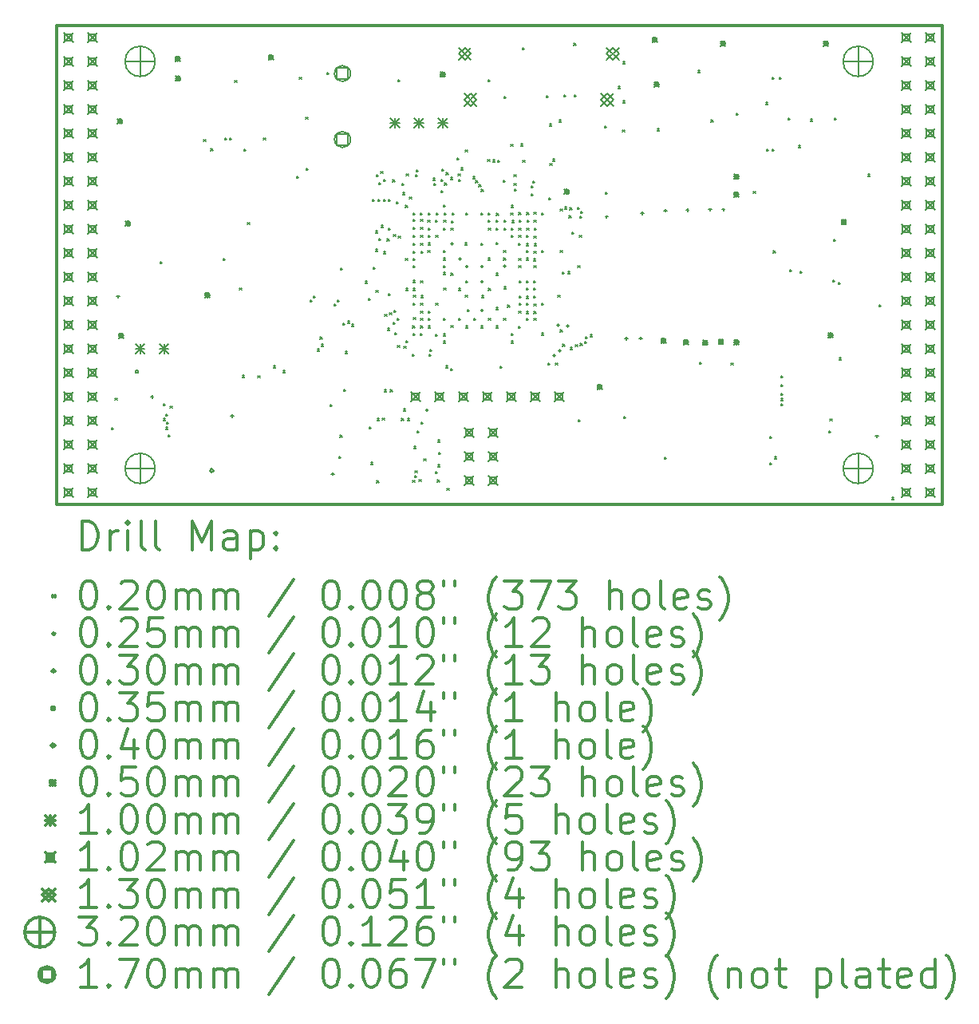
<source format=gbr>
%FSLAX45Y45*%
G04 Gerber Fmt 4.5, Leading zero omitted, Abs format (unit mm)*
G04 Created by KiCad (PCBNEW 5.0.0-rc2+dfsg1-3) date Sat Jun  9 16:00:41 2018*
%MOMM*%
%LPD*%
G01*
G04 APERTURE LIST*
%ADD10C,0.300000*%
%ADD11C,0.200000*%
G04 APERTURE END LIST*
D10*
X9410000Y-6142000D02*
X9410000Y-11222000D01*
X18808000Y-6142000D02*
X9410000Y-6142000D01*
X18808000Y-11222000D02*
X18808000Y-6142000D01*
X9410000Y-11222000D02*
X18808000Y-11222000D01*
D11*
X9998000Y-10410000D02*
X10018000Y-10430000D01*
X10018000Y-10410000D02*
X9998000Y-10430000D01*
X10035000Y-10094400D02*
X10055000Y-10114400D01*
X10055000Y-10094400D02*
X10035000Y-10114400D01*
X10514501Y-8649556D02*
X10534501Y-8669556D01*
X10534501Y-8649556D02*
X10514501Y-8669556D01*
X10545314Y-10310867D02*
X10565314Y-10330867D01*
X10565314Y-10310867D02*
X10545314Y-10330867D01*
X10547276Y-10156132D02*
X10567276Y-10176132D01*
X10567276Y-10156132D02*
X10547276Y-10176132D01*
X10574100Y-10266721D02*
X10594100Y-10286721D01*
X10594100Y-10266721D02*
X10574100Y-10286721D01*
X10574777Y-10403885D02*
X10594777Y-10423885D01*
X10594777Y-10403885D02*
X10574777Y-10423885D01*
X10579048Y-10351357D02*
X10599048Y-10371357D01*
X10599048Y-10351357D02*
X10579048Y-10371357D01*
X10598875Y-10487404D02*
X10618875Y-10507404D01*
X10618875Y-10487404D02*
X10598875Y-10507404D01*
X10617613Y-10179347D02*
X10637613Y-10199347D01*
X10637613Y-10179347D02*
X10617613Y-10199347D01*
X10974000Y-7352000D02*
X10994000Y-7372000D01*
X10994000Y-7352000D02*
X10974000Y-7372000D01*
X11049908Y-7448938D02*
X11069908Y-7468938D01*
X11069908Y-7448938D02*
X11049908Y-7468938D01*
X11179522Y-8615379D02*
X11199522Y-8635379D01*
X11199522Y-8615379D02*
X11179522Y-8635379D01*
X11197485Y-7337442D02*
X11217485Y-7357442D01*
X11217485Y-7337442D02*
X11197485Y-7357442D01*
X11251427Y-7337442D02*
X11271427Y-7357442D01*
X11271427Y-7337442D02*
X11251427Y-7357442D01*
X11305725Y-6724363D02*
X11325725Y-6744363D01*
X11325725Y-6724363D02*
X11305725Y-6744363D01*
X11356061Y-8927572D02*
X11376061Y-8947572D01*
X11376061Y-8927572D02*
X11356061Y-8947572D01*
X11382700Y-9854900D02*
X11402700Y-9874900D01*
X11402700Y-9854900D02*
X11382700Y-9874900D01*
X11400408Y-7451220D02*
X11420408Y-7471220D01*
X11420408Y-7451220D02*
X11400408Y-7471220D01*
X11441393Y-8230943D02*
X11461393Y-8250943D01*
X11461393Y-8230943D02*
X11441393Y-8250943D01*
X11549396Y-9856496D02*
X11569396Y-9876496D01*
X11569396Y-9856496D02*
X11549396Y-9876496D01*
X11609800Y-7337442D02*
X11629800Y-7357442D01*
X11629800Y-7337442D02*
X11609800Y-7357442D01*
X11712900Y-9753301D02*
X11732900Y-9773301D01*
X11732900Y-9753301D02*
X11712900Y-9773301D01*
X11814500Y-9804100D02*
X11834500Y-9824100D01*
X11834500Y-9804100D02*
X11814500Y-9824100D01*
X11959215Y-7739412D02*
X11979215Y-7759412D01*
X11979215Y-7739412D02*
X11959215Y-7759412D01*
X11990800Y-6690800D02*
X12010800Y-6710800D01*
X12010800Y-6690800D02*
X11990800Y-6710800D01*
X12056498Y-7112736D02*
X12076498Y-7132736D01*
X12076498Y-7112736D02*
X12056498Y-7132736D01*
X12063993Y-7659408D02*
X12083993Y-7679408D01*
X12083993Y-7659408D02*
X12063993Y-7679408D01*
X12106600Y-9054800D02*
X12126600Y-9074800D01*
X12126600Y-9054800D02*
X12106600Y-9074800D01*
X12139415Y-9013562D02*
X12159415Y-9033562D01*
X12159415Y-9013562D02*
X12139415Y-9033562D01*
X12182800Y-9575500D02*
X12202800Y-9595500D01*
X12202800Y-9575500D02*
X12182800Y-9595500D01*
X12210364Y-9448538D02*
X12230364Y-9468538D01*
X12230364Y-9448538D02*
X12210364Y-9468538D01*
X12220900Y-9524700D02*
X12240900Y-9544700D01*
X12240900Y-9524700D02*
X12220900Y-9544700D01*
X12282618Y-6643232D02*
X12302618Y-6663232D01*
X12302618Y-6643232D02*
X12282618Y-6663232D01*
X12317388Y-10161592D02*
X12337388Y-10181592D01*
X12337388Y-10161592D02*
X12317388Y-10181592D01*
X12360966Y-9096472D02*
X12380966Y-9116472D01*
X12380966Y-9096472D02*
X12360966Y-9116472D01*
X12391502Y-9053519D02*
X12411502Y-9073519D01*
X12411502Y-9053519D02*
X12391502Y-9073519D01*
X12410242Y-10710764D02*
X12430242Y-10730764D01*
X12430242Y-10710764D02*
X12410242Y-10730764D01*
X12422216Y-10490236D02*
X12442216Y-10510236D01*
X12442216Y-10490236D02*
X12422216Y-10510236D01*
X12426118Y-8717437D02*
X12446118Y-8737437D01*
X12446118Y-8717437D02*
X12426118Y-8737437D01*
X12426118Y-8717437D02*
X12446118Y-8737437D01*
X12446118Y-8717437D02*
X12426118Y-8737437D01*
X12453269Y-9302035D02*
X12473269Y-9322035D01*
X12473269Y-9302035D02*
X12453269Y-9322035D01*
X12460744Y-10002698D02*
X12480744Y-10022698D01*
X12480744Y-10002698D02*
X12460744Y-10022698D01*
X12474902Y-9600287D02*
X12494902Y-9620287D01*
X12494902Y-9600287D02*
X12474902Y-9620287D01*
X12501033Y-9279764D02*
X12521033Y-9299764D01*
X12521033Y-9279764D02*
X12501033Y-9299764D01*
X12542510Y-9313676D02*
X12562510Y-9333676D01*
X12562510Y-9313676D02*
X12542510Y-9333676D01*
X12687018Y-8855931D02*
X12707018Y-8875931D01*
X12707018Y-8855931D02*
X12687018Y-8875931D01*
X12720111Y-9035435D02*
X12740111Y-9055435D01*
X12740111Y-9035435D02*
X12720111Y-9055435D01*
X12731909Y-10397773D02*
X12751909Y-10417773D01*
X12751909Y-10397773D02*
X12731909Y-10417773D01*
X12748660Y-10777504D02*
X12768660Y-10797504D01*
X12768660Y-10777504D02*
X12748660Y-10797504D01*
X12764988Y-7989114D02*
X12784988Y-8009114D01*
X12784988Y-7989114D02*
X12764988Y-8009114D01*
X12771035Y-8708207D02*
X12791035Y-8728207D01*
X12791035Y-8708207D02*
X12771035Y-8728207D01*
X12796207Y-8322888D02*
X12816207Y-8342888D01*
X12816207Y-8322888D02*
X12796207Y-8342888D01*
X12799179Y-8517702D02*
X12819179Y-8537702D01*
X12819179Y-8517702D02*
X12799179Y-8537702D01*
X12803679Y-8951152D02*
X12823679Y-8971152D01*
X12823679Y-8951152D02*
X12803679Y-8971152D01*
X12805201Y-7723267D02*
X12825201Y-7743267D01*
X12825201Y-7723267D02*
X12805201Y-7743267D01*
X12811634Y-10971333D02*
X12831634Y-10991333D01*
X12831634Y-10971333D02*
X12811634Y-10991333D01*
X12814780Y-10310898D02*
X12834780Y-10330898D01*
X12834780Y-10310898D02*
X12814780Y-10330898D01*
X12822879Y-7985310D02*
X12842879Y-8005310D01*
X12842879Y-7985310D02*
X12822879Y-8005310D01*
X12834680Y-7807951D02*
X12854680Y-7827951D01*
X12854680Y-7807951D02*
X12834680Y-7827951D01*
X12835268Y-8401687D02*
X12855268Y-8421687D01*
X12855268Y-8401687D02*
X12835268Y-8421687D01*
X12854493Y-7691566D02*
X12874493Y-7711566D01*
X12874493Y-7691566D02*
X12854493Y-7711566D01*
X12859178Y-8263722D02*
X12879178Y-8283722D01*
X12879178Y-8263722D02*
X12859178Y-8283722D01*
X12870682Y-10308590D02*
X12890682Y-10328590D01*
X12890682Y-10308590D02*
X12870682Y-10328590D01*
X12880857Y-7988548D02*
X12900857Y-8008548D01*
X12900857Y-7988548D02*
X12880857Y-8008548D01*
X12881301Y-8540585D02*
X12901301Y-8560585D01*
X12901301Y-8540585D02*
X12881301Y-8560585D01*
X12886175Y-7777882D02*
X12906175Y-7797882D01*
X12906175Y-7777882D02*
X12886175Y-7797882D01*
X12890520Y-10007480D02*
X12910520Y-10027480D01*
X12910520Y-10007480D02*
X12890520Y-10027480D01*
X12895573Y-9206272D02*
X12915573Y-9226272D01*
X12915573Y-9206272D02*
X12895573Y-9226272D01*
X12920256Y-8405350D02*
X12940256Y-8425350D01*
X12940256Y-8405350D02*
X12920256Y-8425350D01*
X12926203Y-9354578D02*
X12946203Y-9374578D01*
X12946203Y-9354578D02*
X12926203Y-9374578D01*
X12933760Y-7984679D02*
X12953760Y-8004679D01*
X12953760Y-7984679D02*
X12933760Y-8004679D01*
X12934924Y-8983794D02*
X12954924Y-9003794D01*
X12954924Y-8983794D02*
X12934924Y-9003794D01*
X12935809Y-8290406D02*
X12955809Y-8310406D01*
X12955809Y-8290406D02*
X12935809Y-8310406D01*
X12946857Y-9190566D02*
X12966857Y-9210566D01*
X12966857Y-9190566D02*
X12946857Y-9210566D01*
X12956000Y-10005500D02*
X12976000Y-10025500D01*
X12976000Y-10005500D02*
X12956000Y-10025500D01*
X12982095Y-7781082D02*
X13002095Y-7801082D01*
X13002095Y-7781082D02*
X12982095Y-7801082D01*
X12987271Y-9293510D02*
X13007271Y-9313510D01*
X13007271Y-9293510D02*
X12987271Y-9313510D01*
X12989202Y-8359151D02*
X13009202Y-8379151D01*
X13009202Y-8359151D02*
X12989202Y-8379151D01*
X12991955Y-9163298D02*
X13011955Y-9183298D01*
X13011955Y-9163298D02*
X12991955Y-9183298D01*
X13002337Y-9402267D02*
X13022337Y-9422267D01*
X13022337Y-9402267D02*
X13002337Y-9422267D01*
X13017215Y-8013821D02*
X13037215Y-8033821D01*
X13037215Y-8013821D02*
X13017215Y-8033821D01*
X13028454Y-9248473D02*
X13048454Y-9268473D01*
X13048454Y-9248473D02*
X13028454Y-9268473D01*
X13032200Y-9535600D02*
X13052200Y-9555600D01*
X13052200Y-9535600D02*
X13032200Y-9555600D01*
X13033700Y-6718000D02*
X13053700Y-6738000D01*
X13053700Y-6718000D02*
X13033700Y-6738000D01*
X13038793Y-8376986D02*
X13058793Y-8396986D01*
X13058793Y-8376986D02*
X13038793Y-8396986D01*
X13073948Y-10310899D02*
X13093948Y-10330899D01*
X13093948Y-10310899D02*
X13073948Y-10330899D01*
X13077859Y-7815329D02*
X13097859Y-7835329D01*
X13097859Y-7815329D02*
X13077859Y-7835329D01*
X13085264Y-7914901D02*
X13105264Y-7934901D01*
X13105264Y-7914901D02*
X13085264Y-7934901D01*
X13093907Y-10208700D02*
X13113907Y-10228700D01*
X13113907Y-10208700D02*
X13093907Y-10228700D01*
X13098471Y-9546418D02*
X13118471Y-9566418D01*
X13118471Y-9546418D02*
X13098471Y-9566418D01*
X13116430Y-8612711D02*
X13136430Y-8632711D01*
X13136430Y-8612711D02*
X13116430Y-8632711D01*
X13116518Y-8052178D02*
X13136518Y-8072178D01*
X13136518Y-8052178D02*
X13116518Y-8072178D01*
X13117950Y-8930733D02*
X13137950Y-8950733D01*
X13137950Y-8930733D02*
X13117950Y-8950733D01*
X13121616Y-9485914D02*
X13141616Y-9505914D01*
X13141616Y-9485914D02*
X13121616Y-9505914D01*
X13125345Y-7716470D02*
X13145345Y-7736470D01*
X13145345Y-7716470D02*
X13125345Y-7736470D01*
X13135385Y-10310829D02*
X13155385Y-10330829D01*
X13155385Y-10310829D02*
X13135385Y-10330829D01*
X13157757Y-7959799D02*
X13177757Y-7979799D01*
X13177757Y-7959799D02*
X13157757Y-7979799D01*
X13188633Y-9630479D02*
X13208633Y-9650479D01*
X13208633Y-9630479D02*
X13188633Y-9650479D01*
X13192441Y-10966678D02*
X13212441Y-10986678D01*
X13212441Y-10966678D02*
X13192441Y-10986678D01*
X13193199Y-9330000D02*
X13213199Y-9350000D01*
X13213199Y-9330000D02*
X13193199Y-9350000D01*
X13197562Y-8931064D02*
X13217562Y-8951064D01*
X13217562Y-8931064D02*
X13197562Y-8951064D01*
X13197734Y-9090201D02*
X13217734Y-9110201D01*
X13217734Y-9090201D02*
X13197734Y-9110201D01*
X13197902Y-8284734D02*
X13217902Y-8304734D01*
X13217902Y-8284734D02*
X13197902Y-8304734D01*
X13197999Y-8200333D02*
X13217999Y-8220333D01*
X13217999Y-8200333D02*
X13197999Y-8220333D01*
X13198000Y-8690000D02*
X13218000Y-8710000D01*
X13218000Y-8690000D02*
X13198000Y-8710000D01*
X13198000Y-9410000D02*
X13218000Y-9430000D01*
X13218000Y-9410000D02*
X13198000Y-9430000D01*
X13198303Y-8616041D02*
X13218303Y-8636041D01*
X13218303Y-8616041D02*
X13198303Y-8636041D01*
X13198368Y-8369136D02*
X13218368Y-8389136D01*
X13218368Y-8369136D02*
X13198368Y-8389136D01*
X13198405Y-8845827D02*
X13218405Y-8865827D01*
X13218405Y-8845827D02*
X13198405Y-8865827D01*
X13198801Y-8130801D02*
X13218801Y-8150801D01*
X13218801Y-8130801D02*
X13198801Y-8150801D01*
X13198979Y-8537938D02*
X13218979Y-8557938D01*
X13218979Y-8537938D02*
X13198979Y-8557938D01*
X13199289Y-8453537D02*
X13219289Y-8473537D01*
X13219289Y-8453537D02*
X13199289Y-8473537D01*
X13200000Y-9005799D02*
X13220000Y-9025799D01*
X13220000Y-9005799D02*
X13200000Y-9025799D01*
X13201075Y-9242748D02*
X13221075Y-9262748D01*
X13221075Y-9242748D02*
X13201075Y-9262748D01*
X13206286Y-10608587D02*
X13226286Y-10628587D01*
X13226286Y-10608587D02*
X13206286Y-10628587D01*
X13211973Y-10917729D02*
X13231973Y-10937729D01*
X13231973Y-10917729D02*
X13211973Y-10937729D01*
X13218587Y-10865445D02*
X13238587Y-10885445D01*
X13238587Y-10865445D02*
X13218587Y-10885445D01*
X13220903Y-7724256D02*
X13240903Y-7744256D01*
X13240903Y-7724256D02*
X13220903Y-7744256D01*
X13232873Y-7672932D02*
X13252873Y-7692932D01*
X13252873Y-7672932D02*
X13232873Y-7692932D01*
X13236800Y-10440341D02*
X13256800Y-10460341D01*
X13256800Y-10440341D02*
X13236800Y-10460341D01*
X13260800Y-10958000D02*
X13280800Y-10978000D01*
X13280800Y-10958000D02*
X13260800Y-10978000D01*
X13272048Y-8130098D02*
X13292048Y-8150098D01*
X13292048Y-8130098D02*
X13272048Y-8150098D01*
X13274623Y-9409707D02*
X13294623Y-9429707D01*
X13294623Y-9409707D02*
X13274623Y-9429707D01*
X13277261Y-8284735D02*
X13297261Y-8304735D01*
X13297261Y-8284735D02*
X13277261Y-8304735D01*
X13278000Y-8200334D02*
X13298000Y-8220334D01*
X13298000Y-8200334D02*
X13278000Y-8220334D01*
X13278000Y-8850000D02*
X13298000Y-8870000D01*
X13298000Y-8850000D02*
X13278000Y-8870000D01*
X13278000Y-9090000D02*
X13298000Y-9110000D01*
X13298000Y-9090000D02*
X13278000Y-9110000D01*
X13278000Y-9170000D02*
X13298000Y-9190000D01*
X13298000Y-9170000D02*
X13278000Y-9190000D01*
X13278000Y-9250000D02*
X13298000Y-9270000D01*
X13298000Y-9250000D02*
X13278000Y-9270000D01*
X13278000Y-9330000D02*
X13298000Y-9350000D01*
X13298000Y-9330000D02*
X13278000Y-9350000D01*
X13278175Y-8369136D02*
X13298175Y-8389136D01*
X13298175Y-8369136D02*
X13278175Y-8389136D01*
X13278218Y-8453537D02*
X13298218Y-8473537D01*
X13298218Y-8453537D02*
X13278218Y-8473537D01*
X13279688Y-8536938D02*
X13299688Y-8556938D01*
X13299688Y-8536938D02*
X13279688Y-8556938D01*
X13280000Y-9008000D02*
X13300000Y-9028000D01*
X13300000Y-9008000D02*
X13280000Y-9028000D01*
X13282849Y-10350134D02*
X13302849Y-10370134D01*
X13302849Y-10350134D02*
X13282849Y-10370134D01*
X13311600Y-10736500D02*
X13331600Y-10756500D01*
X13331600Y-10736500D02*
X13311600Y-10756500D01*
X13352314Y-8526642D02*
X13372314Y-8546642D01*
X13372314Y-8526642D02*
X13352314Y-8546642D01*
X13354839Y-8209060D02*
X13374839Y-8229060D01*
X13374839Y-8209060D02*
X13354839Y-8229060D01*
X13356449Y-8131468D02*
X13376449Y-8151468D01*
X13376449Y-8131468D02*
X13356449Y-8151468D01*
X13357194Y-8449520D02*
X13377194Y-8469520D01*
X13377194Y-8449520D02*
X13357194Y-8469520D01*
X13358000Y-8290000D02*
X13378000Y-8310000D01*
X13378000Y-8290000D02*
X13358000Y-8310000D01*
X13358000Y-8370000D02*
X13378000Y-8390000D01*
X13378000Y-8370000D02*
X13358000Y-8390000D01*
X13358000Y-9170000D02*
X13378000Y-9190000D01*
X13378000Y-9170000D02*
X13358000Y-9190000D01*
X13358000Y-9250000D02*
X13378000Y-9270000D01*
X13378000Y-9250000D02*
X13358000Y-9270000D01*
X13358548Y-9330230D02*
X13378548Y-9350230D01*
X13378548Y-9330230D02*
X13358548Y-9350230D01*
X13366285Y-9629515D02*
X13386285Y-9649515D01*
X13386285Y-9629515D02*
X13366285Y-9649515D01*
X13375239Y-9577580D02*
X13395239Y-9597580D01*
X13395239Y-9577580D02*
X13375239Y-9597580D01*
X13407730Y-7762109D02*
X13427730Y-7782109D01*
X13427730Y-7762109D02*
X13407730Y-7782109D01*
X13415018Y-7815381D02*
X13435018Y-7835381D01*
X13435018Y-7815381D02*
X13415018Y-7835381D01*
X13433398Y-8208015D02*
X13453398Y-8228015D01*
X13453398Y-8208015D02*
X13433398Y-8228015D01*
X13435582Y-9416717D02*
X13455582Y-9436717D01*
X13455582Y-9416717D02*
X13435582Y-9436717D01*
X13436400Y-10874197D02*
X13456400Y-10894197D01*
X13456400Y-10874197D02*
X13436400Y-10894197D01*
X13438000Y-8370000D02*
X13458000Y-8390000D01*
X13458000Y-8370000D02*
X13438000Y-8390000D01*
X13438000Y-9090000D02*
X13458000Y-9110000D01*
X13458000Y-9090000D02*
X13438000Y-9110000D01*
X13440850Y-8130675D02*
X13460850Y-8150675D01*
X13460850Y-8130675D02*
X13440850Y-8150675D01*
X13453687Y-10961995D02*
X13473687Y-10981995D01*
X13473687Y-10961995D02*
X13453687Y-10981995D01*
X13457587Y-10803159D02*
X13477587Y-10823159D01*
X13477587Y-10803159D02*
X13457587Y-10823159D01*
X13460735Y-10540845D02*
X13480735Y-10560845D01*
X13480735Y-10540845D02*
X13460735Y-10560845D01*
X13465065Y-10671051D02*
X13485065Y-10691051D01*
X13485065Y-10671051D02*
X13465065Y-10691051D01*
X13492132Y-7892495D02*
X13512132Y-7912495D01*
X13512132Y-7892495D02*
X13492132Y-7912495D01*
X13493478Y-7773120D02*
X13513478Y-7793120D01*
X13513478Y-7773120D02*
X13493478Y-7793120D01*
X13502968Y-7663013D02*
X13522968Y-7683013D01*
X13522968Y-7663013D02*
X13502968Y-7683013D01*
X13516300Y-8762700D02*
X13536300Y-8782700D01*
X13536300Y-8762700D02*
X13516300Y-8782700D01*
X13518000Y-8292201D02*
X13538000Y-8312201D01*
X13538000Y-8292201D02*
X13518000Y-8312201D01*
X13518000Y-8530000D02*
X13538000Y-8550000D01*
X13538000Y-8530000D02*
X13518000Y-8550000D01*
X13518000Y-8610000D02*
X13538000Y-8630000D01*
X13538000Y-8610000D02*
X13518000Y-8630000D01*
X13518000Y-8690000D02*
X13538000Y-8710000D01*
X13538000Y-8690000D02*
X13518000Y-8710000D01*
X13518000Y-9250000D02*
X13538000Y-9270000D01*
X13538000Y-9250000D02*
X13518000Y-9270000D01*
X13518128Y-8048312D02*
X13538128Y-8068312D01*
X13538128Y-8048312D02*
X13518128Y-8068312D01*
X13518463Y-9488530D02*
X13538463Y-9508530D01*
X13538463Y-9488530D02*
X13518463Y-9508530D01*
X13518862Y-9412562D02*
X13538862Y-9432562D01*
X13538862Y-9412562D02*
X13518862Y-9432562D01*
X13521538Y-8209385D02*
X13541538Y-8229385D01*
X13541538Y-8209385D02*
X13521538Y-8229385D01*
X13524276Y-8928163D02*
X13544276Y-8948163D01*
X13544276Y-8928163D02*
X13524276Y-8948163D01*
X13525957Y-8129544D02*
X13545957Y-8149544D01*
X13545957Y-8129544D02*
X13525957Y-8149544D01*
X13531439Y-7812965D02*
X13551439Y-7832965D01*
X13551439Y-7812965D02*
X13531439Y-7832965D01*
X13541700Y-9753300D02*
X13561700Y-9773300D01*
X13561700Y-9753300D02*
X13541700Y-9773300D01*
X13548770Y-7704070D02*
X13568770Y-7724070D01*
X13568770Y-7704070D02*
X13548770Y-7724070D01*
X13555656Y-11051071D02*
X13575656Y-11071071D01*
X13575656Y-11051071D02*
X13555656Y-11071071D01*
X13594882Y-7754550D02*
X13614882Y-7774550D01*
X13614882Y-7754550D02*
X13594882Y-7774550D01*
X13595027Y-9781423D02*
X13615027Y-9801423D01*
X13615027Y-9781423D02*
X13595027Y-9801423D01*
X13598000Y-8290000D02*
X13618000Y-8310000D01*
X13618000Y-8290000D02*
X13598000Y-8310000D01*
X13598000Y-8770000D02*
X13618000Y-8790000D01*
X13618000Y-8770000D02*
X13598000Y-8790000D01*
X13599596Y-9326965D02*
X13619596Y-9346965D01*
X13619596Y-9326965D02*
X13599596Y-9346965D01*
X13602455Y-8216004D02*
X13622455Y-8236004D01*
X13622455Y-8216004D02*
X13602455Y-8236004D01*
X13613334Y-8133723D02*
X13633334Y-8153723D01*
X13633334Y-8133723D02*
X13613334Y-8153723D01*
X13664259Y-7547941D02*
X13684259Y-7567941D01*
X13684259Y-7547941D02*
X13664259Y-7567941D01*
X13676320Y-7718760D02*
X13696320Y-7738760D01*
X13696320Y-7718760D02*
X13676320Y-7738760D01*
X13678000Y-8930000D02*
X13698000Y-8950000D01*
X13698000Y-8930000D02*
X13678000Y-8950000D01*
X13678000Y-9250000D02*
X13698000Y-9270000D01*
X13698000Y-9250000D02*
X13678000Y-9270000D01*
X13679461Y-7776107D02*
X13699461Y-7796107D01*
X13699461Y-7776107D02*
X13679461Y-7796107D01*
X13707437Y-7652487D02*
X13727437Y-7672487D01*
X13727437Y-7652487D02*
X13707437Y-7672487D01*
X13745078Y-8447729D02*
X13765078Y-8467729D01*
X13765078Y-8447729D02*
X13745078Y-8467729D01*
X13752489Y-9002290D02*
X13772489Y-9022290D01*
X13772489Y-9002290D02*
X13752489Y-9022290D01*
X13752520Y-7459680D02*
X13772520Y-7479680D01*
X13772520Y-7459680D02*
X13752520Y-7479680D01*
X13758000Y-8130000D02*
X13778000Y-8150000D01*
X13778000Y-8130000D02*
X13758000Y-8150000D01*
X13758000Y-8850000D02*
X13778000Y-8870000D01*
X13778000Y-8850000D02*
X13758000Y-8870000D01*
X13758000Y-9330000D02*
X13778000Y-9350000D01*
X13778000Y-9330000D02*
X13758000Y-9350000D01*
X13770300Y-9156400D02*
X13790300Y-9176400D01*
X13790300Y-9156400D02*
X13770300Y-9176400D01*
X13830592Y-7745154D02*
X13850592Y-7765154D01*
X13850592Y-7745154D02*
X13830592Y-7765154D01*
X13838000Y-9250000D02*
X13858000Y-9270000D01*
X13858000Y-9250000D02*
X13838000Y-9270000D01*
X13862293Y-7788159D02*
X13882293Y-7808159D01*
X13882293Y-7788159D02*
X13862293Y-7808159D01*
X13893994Y-7831909D02*
X13913994Y-7851909D01*
X13913994Y-7831909D02*
X13893994Y-7851909D01*
X13917252Y-8451135D02*
X13937252Y-8471135D01*
X13937252Y-8451135D02*
X13917252Y-8471135D01*
X13918000Y-8130000D02*
X13938000Y-8150000D01*
X13938000Y-8130000D02*
X13918000Y-8150000D01*
X13918000Y-9330000D02*
X13938000Y-9350000D01*
X13938000Y-9330000D02*
X13918000Y-9350000D01*
X13921466Y-7881869D02*
X13941466Y-7901869D01*
X13941466Y-7881869D02*
X13921466Y-7901869D01*
X13922232Y-9006404D02*
X13942232Y-9026404D01*
X13942232Y-9006404D02*
X13922232Y-9026404D01*
X13989274Y-7564800D02*
X14009274Y-7584800D01*
X14009274Y-7564800D02*
X13989274Y-7584800D01*
X13991460Y-8609297D02*
X14011460Y-8629297D01*
X14011460Y-8609297D02*
X13991460Y-8629297D01*
X13992898Y-8130000D02*
X14012898Y-8150000D01*
X14012898Y-8130000D02*
X13992898Y-8150000D01*
X13992898Y-8210000D02*
X14012898Y-8230000D01*
X14012898Y-8210000D02*
X13992898Y-8230000D01*
X13993243Y-6718693D02*
X14013243Y-6738693D01*
X14013243Y-6718693D02*
X13993243Y-6738693D01*
X13996000Y-8292000D02*
X14016000Y-8312000D01*
X14016000Y-8292000D02*
X13996000Y-8312000D01*
X13998000Y-8930000D02*
X14018000Y-8950000D01*
X14018000Y-8930000D02*
X13998000Y-8950000D01*
X13998000Y-9250000D02*
X14018000Y-9270000D01*
X14018000Y-9250000D02*
X13998000Y-9270000D01*
X14041773Y-7569399D02*
X14061773Y-7589399D01*
X14061773Y-7569399D02*
X14041773Y-7589399D01*
X14076133Y-8294127D02*
X14096133Y-8314127D01*
X14096133Y-8294127D02*
X14076133Y-8314127D01*
X14077299Y-8207716D02*
X14097299Y-8227716D01*
X14097299Y-8207716D02*
X14077299Y-8227716D01*
X14077419Y-9133335D02*
X14097419Y-9153335D01*
X14097419Y-9133335D02*
X14077419Y-9153335D01*
X14077693Y-8445254D02*
X14097693Y-8465254D01*
X14097693Y-8445254D02*
X14077693Y-8465254D01*
X14078000Y-9330000D02*
X14098000Y-9350000D01*
X14098000Y-9330000D02*
X14078000Y-9350000D01*
X14079623Y-8771623D02*
X14099623Y-8791623D01*
X14099623Y-8771623D02*
X14079623Y-8791623D01*
X14082264Y-8134744D02*
X14102264Y-8154744D01*
X14102264Y-8134744D02*
X14082264Y-8154744D01*
X14094211Y-7574661D02*
X14114211Y-7594661D01*
X14114211Y-7574661D02*
X14094211Y-7594661D01*
X14118066Y-9754201D02*
X14138066Y-9774201D01*
X14138066Y-9754201D02*
X14118066Y-9774201D01*
X14152481Y-7781450D02*
X14172481Y-7801450D01*
X14172481Y-7781450D02*
X14152481Y-7801450D01*
X14158000Y-8530000D02*
X14178000Y-8550000D01*
X14178000Y-8530000D02*
X14158000Y-8550000D01*
X14158000Y-8610000D02*
X14178000Y-8630000D01*
X14178000Y-8610000D02*
X14158000Y-8630000D01*
X14158000Y-9250000D02*
X14178000Y-9270000D01*
X14178000Y-9250000D02*
X14158000Y-9270000D01*
X14162701Y-8209494D02*
X14182701Y-8229494D01*
X14182701Y-8209494D02*
X14162701Y-8229494D01*
X14162701Y-8289887D02*
X14182701Y-8309887D01*
X14182701Y-8289887D02*
X14162701Y-8309887D01*
X14164000Y-8915099D02*
X14184000Y-8935099D01*
X14184000Y-8915099D02*
X14164000Y-8935099D01*
X14164285Y-6893836D02*
X14184285Y-6913836D01*
X14184285Y-6893836D02*
X14164285Y-6913836D01*
X14200722Y-9110102D02*
X14220722Y-9130102D01*
X14220722Y-9110102D02*
X14200722Y-9130102D01*
X14233699Y-7403800D02*
X14253699Y-7423800D01*
X14253699Y-7403800D02*
X14233699Y-7423800D01*
X14235032Y-8132000D02*
X14255032Y-8152000D01*
X14255032Y-8132000D02*
X14235032Y-8152000D01*
X14236000Y-8052000D02*
X14256000Y-8072000D01*
X14256000Y-8052000D02*
X14236000Y-8072000D01*
X14236000Y-8292000D02*
X14256000Y-8312000D01*
X14256000Y-8292000D02*
X14236000Y-8312000D01*
X14238000Y-8370000D02*
X14258000Y-8390000D01*
X14258000Y-8370000D02*
X14238000Y-8390000D01*
X14238000Y-9410000D02*
X14258000Y-9430000D01*
X14258000Y-9410000D02*
X14238000Y-9430000D01*
X14238000Y-9490000D02*
X14258000Y-9510000D01*
X14258000Y-9490000D02*
X14238000Y-9510000D01*
X14247102Y-8210435D02*
X14267102Y-8230435D01*
X14267102Y-8210435D02*
X14247102Y-8230435D01*
X14268441Y-7818307D02*
X14288441Y-7838307D01*
X14288441Y-7818307D02*
X14268441Y-7838307D01*
X14268583Y-7724192D02*
X14288583Y-7744192D01*
X14288583Y-7724192D02*
X14268583Y-7744192D01*
X14271130Y-7874603D02*
X14291130Y-7894603D01*
X14291130Y-7874603D02*
X14271130Y-7894603D01*
X14316000Y-8452000D02*
X14336000Y-8472000D01*
X14336000Y-8452000D02*
X14316000Y-8472000D01*
X14316969Y-9331491D02*
X14336969Y-9351491D01*
X14336969Y-9331491D02*
X14316969Y-9351491D01*
X14318000Y-8370000D02*
X14338000Y-8390000D01*
X14338000Y-8370000D02*
X14318000Y-8390000D01*
X14318000Y-8690000D02*
X14338000Y-8710000D01*
X14338000Y-8690000D02*
X14318000Y-8710000D01*
X14318000Y-9170000D02*
X14338000Y-9190000D01*
X14338000Y-9170000D02*
X14318000Y-9190000D01*
X14318740Y-8294201D02*
X14338740Y-8314201D01*
X14338740Y-8294201D02*
X14318740Y-8314201D01*
X14319433Y-8127729D02*
X14339433Y-8147729D01*
X14339433Y-8127729D02*
X14319433Y-8147729D01*
X14320000Y-8612000D02*
X14340000Y-8632000D01*
X14340000Y-8612000D02*
X14320000Y-8632000D01*
X14322201Y-8849503D02*
X14342201Y-8869503D01*
X14342201Y-8849503D02*
X14322201Y-8869503D01*
X14322201Y-9010195D02*
X14342201Y-9030195D01*
X14342201Y-9010195D02*
X14322201Y-9030195D01*
X14322201Y-9090066D02*
X14342201Y-9110066D01*
X14342201Y-9090066D02*
X14322201Y-9110066D01*
X14323265Y-8209799D02*
X14343265Y-8229799D01*
X14343265Y-8209799D02*
X14323265Y-8229799D01*
X14341800Y-7397450D02*
X14361800Y-7417450D01*
X14361800Y-7397450D02*
X14341800Y-7417450D01*
X14355067Y-6376252D02*
X14375067Y-6396252D01*
X14375067Y-6376252D02*
X14355067Y-6396252D01*
X14360888Y-7571730D02*
X14380888Y-7591730D01*
X14380888Y-7571730D02*
X14360888Y-7591730D01*
X14396483Y-9177765D02*
X14416483Y-9197765D01*
X14416483Y-9177765D02*
X14396483Y-9197765D01*
X14397624Y-8929530D02*
X14417624Y-8949530D01*
X14417624Y-8929530D02*
X14397624Y-8949530D01*
X14397701Y-9016697D02*
X14417701Y-9036697D01*
X14417701Y-9016697D02*
X14397701Y-9036697D01*
X14398000Y-8610000D02*
X14418000Y-8630000D01*
X14418000Y-8610000D02*
X14398000Y-8630000D01*
X14398000Y-9085650D02*
X14418000Y-9105650D01*
X14418000Y-9085650D02*
X14398000Y-9105650D01*
X14398283Y-8848451D02*
X14418283Y-8868451D01*
X14418283Y-8848451D02*
X14398283Y-8868451D01*
X14400201Y-8529722D02*
X14420201Y-8549722D01*
X14420201Y-8529722D02*
X14400201Y-8549722D01*
X14400319Y-8367799D02*
X14420319Y-8387799D01*
X14420319Y-8367799D02*
X14400319Y-8387799D01*
X14400350Y-8456040D02*
X14420350Y-8476040D01*
X14420350Y-8456040D02*
X14400350Y-8476040D01*
X14401325Y-9248876D02*
X14421325Y-9268876D01*
X14421325Y-9248876D02*
X14401325Y-9268876D01*
X14403141Y-8290000D02*
X14423141Y-8310000D01*
X14423141Y-8290000D02*
X14403141Y-8310000D01*
X14403835Y-8128377D02*
X14423835Y-8148377D01*
X14423835Y-8128377D02*
X14403835Y-8148377D01*
X14407666Y-8210000D02*
X14427666Y-8230000D01*
X14427666Y-8210000D02*
X14407666Y-8230000D01*
X14450634Y-7841735D02*
X14470634Y-7861735D01*
X14470634Y-7841735D02*
X14450634Y-7861735D01*
X14450634Y-7926136D02*
X14470634Y-7946136D01*
X14470634Y-7926136D02*
X14450634Y-7946136D01*
X14469153Y-7792394D02*
X14489153Y-7812394D01*
X14489153Y-7792394D02*
X14469153Y-7812394D01*
X14475676Y-8924990D02*
X14495676Y-8944990D01*
X14495676Y-8924990D02*
X14475676Y-8944990D01*
X14476724Y-9009392D02*
X14496724Y-9029392D01*
X14496724Y-9009392D02*
X14476724Y-9029392D01*
X14477515Y-8619275D02*
X14497515Y-8639275D01*
X14497515Y-8619275D02*
X14477515Y-8639275D01*
X14477765Y-8852201D02*
X14497765Y-8872201D01*
X14497765Y-8852201D02*
X14477765Y-8872201D01*
X14478235Y-9247799D02*
X14498235Y-9267799D01*
X14498235Y-9247799D02*
X14478235Y-9267799D01*
X14478778Y-8123192D02*
X14498778Y-8143192D01*
X14498778Y-8123192D02*
X14478778Y-8143192D01*
X14478812Y-8207593D02*
X14498812Y-8227593D01*
X14498812Y-8207593D02*
X14478812Y-8227593D01*
X14478935Y-8534874D02*
X14498935Y-8554874D01*
X14498935Y-8534874D02*
X14478935Y-8554874D01*
X14479160Y-9178194D02*
X14499160Y-9198194D01*
X14499160Y-9178194D02*
X14479160Y-9198194D01*
X14479432Y-8687756D02*
X14499432Y-8707756D01*
X14499432Y-8687756D02*
X14479432Y-8707756D01*
X14479670Y-8376395D02*
X14499670Y-8396395D01*
X14499670Y-8376395D02*
X14479670Y-8396395D01*
X14480294Y-9093793D02*
X14500294Y-9113793D01*
X14500294Y-9093793D02*
X14480294Y-9113793D01*
X14481241Y-8455796D02*
X14501241Y-8475796D01*
X14501241Y-8455796D02*
X14481241Y-8475796D01*
X14481689Y-8291994D02*
X14501689Y-8311994D01*
X14501689Y-8291994D02*
X14481689Y-8311994D01*
X14557281Y-8529606D02*
X14577281Y-8549606D01*
X14577281Y-8529606D02*
X14557281Y-8549606D01*
X14558000Y-8130512D02*
X14578000Y-8150512D01*
X14578000Y-8130512D02*
X14558000Y-8150512D01*
X14558739Y-9089665D02*
X14578739Y-9109665D01*
X14578739Y-9089665D02*
X14558739Y-9109665D01*
X14559124Y-9406675D02*
X14579124Y-9426675D01*
X14579124Y-9406675D02*
X14559124Y-9426675D01*
X14613342Y-6884608D02*
X14633342Y-6904608D01*
X14633342Y-6884608D02*
X14613342Y-6904608D01*
X14629479Y-9723392D02*
X14649479Y-9743392D01*
X14649479Y-9723392D02*
X14629479Y-9743392D01*
X14638141Y-7971938D02*
X14658141Y-7991938D01*
X14658141Y-7971938D02*
X14638141Y-7991938D01*
X14646600Y-7187900D02*
X14666600Y-7207900D01*
X14666600Y-7187900D02*
X14646600Y-7207900D01*
X14648744Y-7607406D02*
X14668744Y-7627406D01*
X14668744Y-7607406D02*
X14648744Y-7627406D01*
X14680980Y-7560789D02*
X14700980Y-7580789D01*
X14700980Y-7560789D02*
X14680980Y-7580789D01*
X14707598Y-9723392D02*
X14727598Y-9743392D01*
X14727598Y-9723392D02*
X14707598Y-9743392D01*
X14733095Y-9001248D02*
X14753095Y-9021248D01*
X14753095Y-9001248D02*
X14733095Y-9021248D01*
X14748200Y-7143450D02*
X14768200Y-7163450D01*
X14768200Y-7143450D02*
X14748200Y-7163450D01*
X14758739Y-8527409D02*
X14778739Y-8547409D01*
X14778739Y-8527409D02*
X14758739Y-8547409D01*
X14758831Y-8088311D02*
X14778831Y-8108311D01*
X14778831Y-8088311D02*
X14758831Y-8108311D01*
X14760000Y-9372000D02*
X14780000Y-9392000D01*
X14780000Y-9372000D02*
X14760000Y-9392000D01*
X14781079Y-8758342D02*
X14801079Y-8778342D01*
X14801079Y-8758342D02*
X14781079Y-8778342D01*
X14782886Y-9523902D02*
X14802886Y-9543902D01*
X14802886Y-9523902D02*
X14782886Y-9543902D01*
X14799000Y-6876750D02*
X14819000Y-6896750D01*
X14819000Y-6876750D02*
X14799000Y-6896750D01*
X14807525Y-8068155D02*
X14827525Y-8088155D01*
X14827525Y-8068155D02*
X14807525Y-8088155D01*
X14838354Y-8752346D02*
X14858354Y-8772346D01*
X14858354Y-8752346D02*
X14838354Y-8772346D01*
X14851066Y-8160586D02*
X14871066Y-8180586D01*
X14871066Y-8160586D02*
X14851066Y-8180586D01*
X14859611Y-8076185D02*
X14879611Y-8096185D01*
X14879611Y-8076185D02*
X14859611Y-8096185D01*
X14864798Y-9556963D02*
X14884798Y-9576963D01*
X14884798Y-9556963D02*
X14864798Y-9576963D01*
X14882151Y-8334201D02*
X14902151Y-8354201D01*
X14902151Y-8334201D02*
X14882151Y-8354201D01*
X14903412Y-6332405D02*
X14923412Y-6352405D01*
X14923412Y-6332405D02*
X14903412Y-6352405D01*
X14906950Y-6876750D02*
X14926950Y-6896750D01*
X14926950Y-6876750D02*
X14906950Y-6896750D01*
X14918439Y-9527799D02*
X14938439Y-9547799D01*
X14938439Y-9527799D02*
X14918439Y-9547799D01*
X14942722Y-8073801D02*
X14962722Y-8093801D01*
X14962722Y-8073801D02*
X14942722Y-8093801D01*
X14945314Y-8688944D02*
X14965314Y-8708944D01*
X14965314Y-8688944D02*
X14945314Y-8708944D01*
X14947728Y-10322085D02*
X14967728Y-10342085D01*
X14967728Y-10322085D02*
X14947728Y-10342085D01*
X14963249Y-8370769D02*
X14983249Y-8390769D01*
X14983249Y-8370769D02*
X14963249Y-8390769D01*
X14968729Y-8167499D02*
X14988729Y-8187499D01*
X14988729Y-8167499D02*
X14968729Y-8187499D01*
X14969589Y-9515108D02*
X14989589Y-9535108D01*
X14989589Y-9515108D02*
X14969589Y-9535108D01*
X14975319Y-8115211D02*
X14995319Y-8135211D01*
X14995319Y-8115211D02*
X14975319Y-8135211D01*
X15017890Y-9494025D02*
X15037890Y-9514025D01*
X15037890Y-9494025D02*
X15017890Y-9514025D01*
X15024597Y-9441753D02*
X15044597Y-9461753D01*
X15044597Y-9441753D02*
X15024597Y-9461753D01*
X15078921Y-9423257D02*
X15098921Y-9443257D01*
X15098921Y-9423257D02*
X15078921Y-9443257D01*
X15230800Y-7206950D02*
X15250800Y-7226950D01*
X15250800Y-7206950D02*
X15230800Y-7226950D01*
X15239707Y-7909347D02*
X15259707Y-7929347D01*
X15259707Y-7909347D02*
X15239707Y-7929347D01*
X15370500Y-6789627D02*
X15390500Y-6809627D01*
X15390500Y-6789627D02*
X15370500Y-6809627D01*
X15419800Y-7249600D02*
X15439800Y-7269600D01*
X15439800Y-7249600D02*
X15419800Y-7269600D01*
X15421300Y-6527500D02*
X15441300Y-6547500D01*
X15441300Y-6527500D02*
X15421300Y-6547500D01*
X15421300Y-6940250D02*
X15441300Y-6960250D01*
X15441300Y-6940250D02*
X15421300Y-6960250D01*
X15432558Y-10288777D02*
X15452558Y-10308777D01*
X15452558Y-10288777D02*
X15432558Y-10308777D01*
X15789600Y-7238700D02*
X15809600Y-7258700D01*
X15809600Y-7238700D02*
X15789600Y-7258700D01*
X15861665Y-10722518D02*
X15881665Y-10742518D01*
X15881665Y-10722518D02*
X15861665Y-10742518D01*
X16217147Y-6618496D02*
X16237147Y-6638496D01*
X16237147Y-6618496D02*
X16217147Y-6638496D01*
X16234100Y-9717000D02*
X16254100Y-9737000D01*
X16254100Y-9717000D02*
X16234100Y-9737000D01*
X16360322Y-7144216D02*
X16380322Y-7164216D01*
X16380322Y-7144216D02*
X16360322Y-7164216D01*
X16570337Y-9724488D02*
X16590337Y-9744488D01*
X16590337Y-9724488D02*
X16570337Y-9744488D01*
X16625348Y-7073546D02*
X16645348Y-7093546D01*
X16645348Y-7073546D02*
X16625348Y-7093546D01*
X16806644Y-7900804D02*
X16826644Y-7920804D01*
X16826644Y-7900804D02*
X16806644Y-7920804D01*
X16941704Y-6958649D02*
X16961704Y-6978649D01*
X16961704Y-6958649D02*
X16941704Y-6978649D01*
X16945300Y-7454600D02*
X16965300Y-7474600D01*
X16965300Y-7454600D02*
X16945300Y-7474600D01*
X16983400Y-10502600D02*
X17003400Y-10522600D01*
X17003400Y-10502600D02*
X16983400Y-10522600D01*
X16983400Y-10782000D02*
X17003400Y-10802000D01*
X17003400Y-10782000D02*
X16983400Y-10802000D01*
X17008800Y-6692600D02*
X17028800Y-6712600D01*
X17028800Y-6692600D02*
X17008800Y-6712600D01*
X17008800Y-7454600D02*
X17028800Y-7474600D01*
X17028800Y-7454600D02*
X17008800Y-7474600D01*
X17020954Y-8534153D02*
X17040954Y-8554153D01*
X17040954Y-8534153D02*
X17020954Y-8554153D01*
X17031101Y-10718620D02*
X17051101Y-10738620D01*
X17051101Y-10718620D02*
X17031101Y-10738620D01*
X17085000Y-6692600D02*
X17105000Y-6712600D01*
X17105000Y-6692600D02*
X17085000Y-6712600D01*
X17098912Y-9856600D02*
X17118912Y-9876600D01*
X17118912Y-9856600D02*
X17098912Y-9876600D01*
X17098912Y-9951966D02*
X17118912Y-9971966D01*
X17118912Y-9951966D02*
X17098912Y-9971966D01*
X17098912Y-10045982D02*
X17118912Y-10065982D01*
X17118912Y-10045982D02*
X17098912Y-10065982D01*
X17098912Y-10098683D02*
X17118912Y-10118683D01*
X17118912Y-10098683D02*
X17098912Y-10118683D01*
X17098912Y-10155324D02*
X17118912Y-10175324D01*
X17118912Y-10155324D02*
X17098912Y-10175324D01*
X17173900Y-7124400D02*
X17193900Y-7144400D01*
X17193900Y-7124400D02*
X17173900Y-7144400D01*
X17194707Y-8733845D02*
X17214707Y-8753845D01*
X17214707Y-8733845D02*
X17194707Y-8753845D01*
X17288200Y-7416500D02*
X17308200Y-7436500D01*
X17308200Y-7416500D02*
X17288200Y-7436500D01*
X17303795Y-8749428D02*
X17323795Y-8769428D01*
X17323795Y-8749428D02*
X17303795Y-8769428D01*
X17415200Y-7137100D02*
X17435200Y-7157100D01*
X17435200Y-7137100D02*
X17415200Y-7157100D01*
X17608573Y-10442076D02*
X17628573Y-10462076D01*
X17628573Y-10442076D02*
X17608573Y-10462076D01*
X17620559Y-10317981D02*
X17640559Y-10337981D01*
X17640559Y-10317981D02*
X17620559Y-10337981D01*
X17650543Y-8840716D02*
X17670543Y-8860716D01*
X17670543Y-8840716D02*
X17650543Y-8860716D01*
X17660000Y-8412000D02*
X17680000Y-8432000D01*
X17680000Y-8412000D02*
X17660000Y-8432000D01*
X17669708Y-7124179D02*
X17689708Y-7144179D01*
X17689708Y-7124179D02*
X17669708Y-7144179D01*
X17711107Y-8866403D02*
X17731107Y-8886403D01*
X17731107Y-8866403D02*
X17711107Y-8886403D01*
X17718798Y-9667866D02*
X17738798Y-9687866D01*
X17738798Y-9667866D02*
X17718798Y-9687866D01*
X18024078Y-7721693D02*
X18044078Y-7741693D01*
X18044078Y-7721693D02*
X18024078Y-7741693D01*
X18139100Y-9105600D02*
X18159100Y-9125600D01*
X18159100Y-9105600D02*
X18139100Y-9125600D01*
X18278800Y-11150300D02*
X18298800Y-11170300D01*
X18298800Y-11150300D02*
X18278800Y-11170300D01*
X13357629Y-10223262D02*
G75*
G03X13357629Y-10223262I-12700J0D01*
G01*
X13620700Y-8460000D02*
G75*
G03X13620700Y-8460000I-12700J0D01*
G01*
X13706511Y-8619631D02*
G75*
G03X13706511Y-8619631I-12700J0D01*
G01*
X13780700Y-8700000D02*
G75*
G03X13780700Y-8700000I-12700J0D01*
G01*
X13939164Y-9161521D02*
G75*
G03X13939164Y-9161521I-12700J0D01*
G01*
X13940700Y-8700000D02*
G75*
G03X13940700Y-8700000I-12700J0D01*
G01*
X13940700Y-8860000D02*
G75*
G03X13940700Y-8860000I-12700J0D01*
G01*
X14180298Y-8698652D02*
G75*
G03X14180298Y-8698652I-12700J0D01*
G01*
X14706928Y-9645206D02*
G75*
G03X14706928Y-9645206I-12700J0D01*
G01*
X14747089Y-9321713D02*
G75*
G03X14747089Y-9321713I-12700J0D01*
G01*
X14766147Y-9591326D02*
G75*
G03X14766147Y-9591326I-12700J0D01*
G01*
X14847601Y-9332231D02*
G75*
G03X14847601Y-9332231I-12700J0D01*
G01*
X10065212Y-9001224D02*
X10065212Y-9031224D01*
X10050212Y-9016224D02*
X10080212Y-9016224D01*
X10426000Y-10064000D02*
X10426000Y-10094000D01*
X10411000Y-10079000D02*
X10441000Y-10079000D01*
X11278400Y-10269000D02*
X11278400Y-10299000D01*
X11263400Y-10284000D02*
X11293400Y-10284000D01*
X12343700Y-10882200D02*
X12343700Y-10912200D01*
X12328700Y-10897200D02*
X12358700Y-10897200D01*
X15251012Y-8154523D02*
X15251012Y-8184523D01*
X15236012Y-8169523D02*
X15266012Y-8169523D01*
X15459390Y-9445795D02*
X15459390Y-9475795D01*
X15444390Y-9460795D02*
X15474390Y-9460795D01*
X15609100Y-9443500D02*
X15609100Y-9473500D01*
X15594100Y-9458500D02*
X15624100Y-9458500D01*
X15626277Y-8119937D02*
X15626277Y-8149937D01*
X15611277Y-8134937D02*
X15641277Y-8134937D01*
X15873113Y-8089893D02*
X15873113Y-8119893D01*
X15858113Y-8104893D02*
X15888113Y-8104893D01*
X16107576Y-8084202D02*
X16107576Y-8114202D01*
X16092576Y-8099202D02*
X16122576Y-8099202D01*
X16346298Y-8079243D02*
X16346298Y-8109243D01*
X16331298Y-8094243D02*
X16361298Y-8094243D01*
X16488287Y-8078899D02*
X16488287Y-8108899D01*
X16473287Y-8093899D02*
X16503287Y-8093899D01*
X18115592Y-10483071D02*
X18115592Y-10513071D01*
X18100592Y-10498071D02*
X18130592Y-10498071D01*
X10274775Y-9826475D02*
X10274775Y-9801726D01*
X10250026Y-9801726D01*
X10250026Y-9826475D01*
X10274775Y-9826475D01*
X11059391Y-10883646D02*
X11079391Y-10863646D01*
X11059391Y-10843646D01*
X11039391Y-10863646D01*
X11059391Y-10883646D01*
X10060589Y-7132486D02*
X10110589Y-7182486D01*
X10110589Y-7132486D02*
X10060589Y-7182486D01*
X10110589Y-7157486D02*
G75*
G03X10110589Y-7157486I-25000J0D01*
G01*
X10072300Y-9408100D02*
X10122300Y-9458100D01*
X10122300Y-9408100D02*
X10072300Y-9458100D01*
X10122300Y-9433100D02*
G75*
G03X10122300Y-9433100I-25000J0D01*
G01*
X10145789Y-8217318D02*
X10195789Y-8267318D01*
X10195789Y-8217318D02*
X10145789Y-8267318D01*
X10195789Y-8242318D02*
G75*
G03X10195789Y-8242318I-25000J0D01*
G01*
X10672481Y-6470397D02*
X10722481Y-6520397D01*
X10722481Y-6470397D02*
X10672481Y-6520397D01*
X10722481Y-6495397D02*
G75*
G03X10722481Y-6495397I-25000J0D01*
G01*
X10677149Y-6679363D02*
X10727149Y-6729363D01*
X10727149Y-6679363D02*
X10677149Y-6729363D01*
X10727149Y-6704363D02*
G75*
G03X10727149Y-6704363I-25000J0D01*
G01*
X10987889Y-8977815D02*
X11037889Y-9027815D01*
X11037889Y-8977815D02*
X10987889Y-9027815D01*
X11037889Y-9002815D02*
G75*
G03X11037889Y-9002815I-25000J0D01*
G01*
X11663050Y-6455294D02*
X11713050Y-6505294D01*
X11713050Y-6455294D02*
X11663050Y-6505294D01*
X11713050Y-6480294D02*
G75*
G03X11713050Y-6480294I-25000J0D01*
G01*
X13485559Y-6636662D02*
X13535559Y-6686662D01*
X13535559Y-6636662D02*
X13485559Y-6686662D01*
X13535559Y-6661662D02*
G75*
G03X13535559Y-6661662I-25000J0D01*
G01*
X14801839Y-7880002D02*
X14851839Y-7930002D01*
X14851839Y-7880002D02*
X14801839Y-7930002D01*
X14851839Y-7905002D02*
G75*
G03X14851839Y-7905002I-25000J0D01*
G01*
X15150800Y-9952400D02*
X15200800Y-10002400D01*
X15200800Y-9952400D02*
X15150800Y-10002400D01*
X15200800Y-9977400D02*
G75*
G03X15200800Y-9977400I-25000J0D01*
G01*
X15735000Y-6269400D02*
X15785000Y-6319400D01*
X15785000Y-6269400D02*
X15735000Y-6319400D01*
X15785000Y-6294400D02*
G75*
G03X15785000Y-6294400I-25000J0D01*
G01*
X15755757Y-6741927D02*
X15805757Y-6791927D01*
X15805757Y-6741927D02*
X15755757Y-6791927D01*
X15805757Y-6766927D02*
G75*
G03X15805757Y-6766927I-25000J0D01*
G01*
X15828999Y-9461877D02*
X15878999Y-9511877D01*
X15878999Y-9461877D02*
X15828999Y-9511877D01*
X15878999Y-9486877D02*
G75*
G03X15878999Y-9486877I-25000J0D01*
G01*
X16065540Y-9475644D02*
X16115540Y-9525644D01*
X16115540Y-9475644D02*
X16065540Y-9525644D01*
X16115540Y-9500644D02*
G75*
G03X16115540Y-9500644I-25000J0D01*
G01*
X16270610Y-9482849D02*
X16320610Y-9532849D01*
X16320610Y-9482849D02*
X16270610Y-9532849D01*
X16320610Y-9507849D02*
G75*
G03X16320610Y-9507849I-25000J0D01*
G01*
X16437573Y-9473247D02*
X16487573Y-9523247D01*
X16487573Y-9473247D02*
X16437573Y-9523247D01*
X16487573Y-9498247D02*
G75*
G03X16487573Y-9498247I-25000J0D01*
G01*
X16460400Y-6309300D02*
X16510400Y-6359300D01*
X16510400Y-6309300D02*
X16460400Y-6359300D01*
X16510400Y-6334300D02*
G75*
G03X16510400Y-6334300I-25000J0D01*
G01*
X16600554Y-7910074D02*
X16650554Y-7960074D01*
X16650554Y-7910074D02*
X16600554Y-7960074D01*
X16650554Y-7935074D02*
G75*
G03X16650554Y-7935074I-25000J0D01*
G01*
X16602543Y-7720953D02*
X16652543Y-7770953D01*
X16652543Y-7720953D02*
X16602543Y-7770953D01*
X16652543Y-7745953D02*
G75*
G03X16652543Y-7745953I-25000J0D01*
G01*
X16603469Y-9477515D02*
X16653469Y-9527515D01*
X16653469Y-9477515D02*
X16603469Y-9527515D01*
X16653469Y-9502515D02*
G75*
G03X16653469Y-9502515I-25000J0D01*
G01*
X17552600Y-6309300D02*
X17602600Y-6359300D01*
X17602600Y-6309300D02*
X17552600Y-6359300D01*
X17602600Y-6334300D02*
G75*
G03X17602600Y-6334300I-25000J0D01*
G01*
X17600494Y-9403846D02*
X17650494Y-9453846D01*
X17650494Y-9403846D02*
X17600494Y-9453846D01*
X17650494Y-9428846D02*
G75*
G03X17650494Y-9428846I-25000J0D01*
G01*
X17740844Y-8203135D02*
X17790844Y-8253135D01*
X17790844Y-8203135D02*
X17740844Y-8253135D01*
X17790844Y-8228135D02*
G75*
G03X17790844Y-8228135I-25000J0D01*
G01*
X12955600Y-7122500D02*
X13055600Y-7222500D01*
X13055600Y-7122500D02*
X12955600Y-7222500D01*
X13005600Y-7122500D02*
X13005600Y-7222500D01*
X12955600Y-7172500D02*
X13055600Y-7172500D01*
X13209600Y-7122500D02*
X13309600Y-7222500D01*
X13309600Y-7122500D02*
X13209600Y-7222500D01*
X13259600Y-7122500D02*
X13259600Y-7222500D01*
X13209600Y-7172500D02*
X13309600Y-7172500D01*
X13463600Y-7122500D02*
X13563600Y-7222500D01*
X13563600Y-7122500D02*
X13463600Y-7222500D01*
X13513600Y-7122500D02*
X13513600Y-7222500D01*
X13463600Y-7172500D02*
X13563600Y-7172500D01*
X10249000Y-9521000D02*
X10349000Y-9621000D01*
X10349000Y-9521000D02*
X10249000Y-9621000D01*
X10299000Y-9521000D02*
X10299000Y-9621000D01*
X10249000Y-9571000D02*
X10349000Y-9571000D01*
X10503000Y-9521000D02*
X10603000Y-9621000D01*
X10603000Y-9521000D02*
X10503000Y-9621000D01*
X10553000Y-9521000D02*
X10553000Y-9621000D01*
X10503000Y-9571000D02*
X10603000Y-9571000D01*
X18376200Y-6218200D02*
X18477800Y-6319800D01*
X18477800Y-6218200D02*
X18376200Y-6319800D01*
X18462921Y-6304921D02*
X18462921Y-6233079D01*
X18391079Y-6233079D01*
X18391079Y-6304921D01*
X18462921Y-6304921D01*
X18376200Y-6472200D02*
X18477800Y-6573800D01*
X18477800Y-6472200D02*
X18376200Y-6573800D01*
X18462921Y-6558921D02*
X18462921Y-6487079D01*
X18391079Y-6487079D01*
X18391079Y-6558921D01*
X18462921Y-6558921D01*
X18376200Y-6726200D02*
X18477800Y-6827800D01*
X18477800Y-6726200D02*
X18376200Y-6827800D01*
X18462921Y-6812921D02*
X18462921Y-6741079D01*
X18391079Y-6741079D01*
X18391079Y-6812921D01*
X18462921Y-6812921D01*
X18376200Y-6980200D02*
X18477800Y-7081800D01*
X18477800Y-6980200D02*
X18376200Y-7081800D01*
X18462921Y-7066921D02*
X18462921Y-6995079D01*
X18391079Y-6995079D01*
X18391079Y-7066921D01*
X18462921Y-7066921D01*
X18376200Y-7234200D02*
X18477800Y-7335800D01*
X18477800Y-7234200D02*
X18376200Y-7335800D01*
X18462921Y-7320921D02*
X18462921Y-7249079D01*
X18391079Y-7249079D01*
X18391079Y-7320921D01*
X18462921Y-7320921D01*
X18376200Y-7488200D02*
X18477800Y-7589800D01*
X18477800Y-7488200D02*
X18376200Y-7589800D01*
X18462921Y-7574921D02*
X18462921Y-7503079D01*
X18391079Y-7503079D01*
X18391079Y-7574921D01*
X18462921Y-7574921D01*
X18376200Y-7742200D02*
X18477800Y-7843800D01*
X18477800Y-7742200D02*
X18376200Y-7843800D01*
X18462921Y-7828921D02*
X18462921Y-7757079D01*
X18391079Y-7757079D01*
X18391079Y-7828921D01*
X18462921Y-7828921D01*
X18376200Y-7996200D02*
X18477800Y-8097800D01*
X18477800Y-7996200D02*
X18376200Y-8097800D01*
X18462921Y-8082921D02*
X18462921Y-8011079D01*
X18391079Y-8011079D01*
X18391079Y-8082921D01*
X18462921Y-8082921D01*
X18376200Y-8250200D02*
X18477800Y-8351800D01*
X18477800Y-8250200D02*
X18376200Y-8351800D01*
X18462921Y-8336921D02*
X18462921Y-8265079D01*
X18391079Y-8265079D01*
X18391079Y-8336921D01*
X18462921Y-8336921D01*
X18376200Y-8504200D02*
X18477800Y-8605800D01*
X18477800Y-8504200D02*
X18376200Y-8605800D01*
X18462921Y-8590921D02*
X18462921Y-8519079D01*
X18391079Y-8519079D01*
X18391079Y-8590921D01*
X18462921Y-8590921D01*
X18376200Y-8758200D02*
X18477800Y-8859800D01*
X18477800Y-8758200D02*
X18376200Y-8859800D01*
X18462921Y-8844921D02*
X18462921Y-8773079D01*
X18391079Y-8773079D01*
X18391079Y-8844921D01*
X18462921Y-8844921D01*
X18376200Y-9012200D02*
X18477800Y-9113800D01*
X18477800Y-9012200D02*
X18376200Y-9113800D01*
X18462921Y-9098921D02*
X18462921Y-9027079D01*
X18391079Y-9027079D01*
X18391079Y-9098921D01*
X18462921Y-9098921D01*
X18376200Y-9266200D02*
X18477800Y-9367800D01*
X18477800Y-9266200D02*
X18376200Y-9367800D01*
X18462921Y-9352921D02*
X18462921Y-9281079D01*
X18391079Y-9281079D01*
X18391079Y-9352921D01*
X18462921Y-9352921D01*
X18376200Y-9520200D02*
X18477800Y-9621800D01*
X18477800Y-9520200D02*
X18376200Y-9621800D01*
X18462921Y-9606921D02*
X18462921Y-9535079D01*
X18391079Y-9535079D01*
X18391079Y-9606921D01*
X18462921Y-9606921D01*
X18376200Y-9774200D02*
X18477800Y-9875800D01*
X18477800Y-9774200D02*
X18376200Y-9875800D01*
X18462921Y-9860921D02*
X18462921Y-9789079D01*
X18391079Y-9789079D01*
X18391079Y-9860921D01*
X18462921Y-9860921D01*
X18376200Y-10028200D02*
X18477800Y-10129800D01*
X18477800Y-10028200D02*
X18376200Y-10129800D01*
X18462921Y-10114921D02*
X18462921Y-10043079D01*
X18391079Y-10043079D01*
X18391079Y-10114921D01*
X18462921Y-10114921D01*
X18376200Y-10282200D02*
X18477800Y-10383800D01*
X18477800Y-10282200D02*
X18376200Y-10383800D01*
X18462921Y-10368921D02*
X18462921Y-10297079D01*
X18391079Y-10297079D01*
X18391079Y-10368921D01*
X18462921Y-10368921D01*
X18376200Y-10536200D02*
X18477800Y-10637800D01*
X18477800Y-10536200D02*
X18376200Y-10637800D01*
X18462921Y-10622921D02*
X18462921Y-10551079D01*
X18391079Y-10551079D01*
X18391079Y-10622921D01*
X18462921Y-10622921D01*
X18376200Y-10790200D02*
X18477800Y-10891800D01*
X18477800Y-10790200D02*
X18376200Y-10891800D01*
X18462921Y-10876921D02*
X18462921Y-10805079D01*
X18391079Y-10805079D01*
X18391079Y-10876921D01*
X18462921Y-10876921D01*
X18376200Y-11044200D02*
X18477800Y-11145800D01*
X18477800Y-11044200D02*
X18376200Y-11145800D01*
X18462921Y-11130921D02*
X18462921Y-11059079D01*
X18391079Y-11059079D01*
X18391079Y-11130921D01*
X18462921Y-11130921D01*
X18630200Y-6218200D02*
X18731800Y-6319800D01*
X18731800Y-6218200D02*
X18630200Y-6319800D01*
X18716921Y-6304921D02*
X18716921Y-6233079D01*
X18645079Y-6233079D01*
X18645079Y-6304921D01*
X18716921Y-6304921D01*
X18630200Y-6472200D02*
X18731800Y-6573800D01*
X18731800Y-6472200D02*
X18630200Y-6573800D01*
X18716921Y-6558921D02*
X18716921Y-6487079D01*
X18645079Y-6487079D01*
X18645079Y-6558921D01*
X18716921Y-6558921D01*
X18630200Y-6726200D02*
X18731800Y-6827800D01*
X18731800Y-6726200D02*
X18630200Y-6827800D01*
X18716921Y-6812921D02*
X18716921Y-6741079D01*
X18645079Y-6741079D01*
X18645079Y-6812921D01*
X18716921Y-6812921D01*
X18630200Y-6980200D02*
X18731800Y-7081800D01*
X18731800Y-6980200D02*
X18630200Y-7081800D01*
X18716921Y-7066921D02*
X18716921Y-6995079D01*
X18645079Y-6995079D01*
X18645079Y-7066921D01*
X18716921Y-7066921D01*
X18630200Y-7234200D02*
X18731800Y-7335800D01*
X18731800Y-7234200D02*
X18630200Y-7335800D01*
X18716921Y-7320921D02*
X18716921Y-7249079D01*
X18645079Y-7249079D01*
X18645079Y-7320921D01*
X18716921Y-7320921D01*
X18630200Y-7488200D02*
X18731800Y-7589800D01*
X18731800Y-7488200D02*
X18630200Y-7589800D01*
X18716921Y-7574921D02*
X18716921Y-7503079D01*
X18645079Y-7503079D01*
X18645079Y-7574921D01*
X18716921Y-7574921D01*
X18630200Y-7742200D02*
X18731800Y-7843800D01*
X18731800Y-7742200D02*
X18630200Y-7843800D01*
X18716921Y-7828921D02*
X18716921Y-7757079D01*
X18645079Y-7757079D01*
X18645079Y-7828921D01*
X18716921Y-7828921D01*
X18630200Y-7996200D02*
X18731800Y-8097800D01*
X18731800Y-7996200D02*
X18630200Y-8097800D01*
X18716921Y-8082921D02*
X18716921Y-8011079D01*
X18645079Y-8011079D01*
X18645079Y-8082921D01*
X18716921Y-8082921D01*
X18630200Y-8250200D02*
X18731800Y-8351800D01*
X18731800Y-8250200D02*
X18630200Y-8351800D01*
X18716921Y-8336921D02*
X18716921Y-8265079D01*
X18645079Y-8265079D01*
X18645079Y-8336921D01*
X18716921Y-8336921D01*
X18630200Y-8504200D02*
X18731800Y-8605800D01*
X18731800Y-8504200D02*
X18630200Y-8605800D01*
X18716921Y-8590921D02*
X18716921Y-8519079D01*
X18645079Y-8519079D01*
X18645079Y-8590921D01*
X18716921Y-8590921D01*
X18630200Y-8758200D02*
X18731800Y-8859800D01*
X18731800Y-8758200D02*
X18630200Y-8859800D01*
X18716921Y-8844921D02*
X18716921Y-8773079D01*
X18645079Y-8773079D01*
X18645079Y-8844921D01*
X18716921Y-8844921D01*
X18630200Y-9012200D02*
X18731800Y-9113800D01*
X18731800Y-9012200D02*
X18630200Y-9113800D01*
X18716921Y-9098921D02*
X18716921Y-9027079D01*
X18645079Y-9027079D01*
X18645079Y-9098921D01*
X18716921Y-9098921D01*
X18630200Y-9266200D02*
X18731800Y-9367800D01*
X18731800Y-9266200D02*
X18630200Y-9367800D01*
X18716921Y-9352921D02*
X18716921Y-9281079D01*
X18645079Y-9281079D01*
X18645079Y-9352921D01*
X18716921Y-9352921D01*
X18630200Y-9520200D02*
X18731800Y-9621800D01*
X18731800Y-9520200D02*
X18630200Y-9621800D01*
X18716921Y-9606921D02*
X18716921Y-9535079D01*
X18645079Y-9535079D01*
X18645079Y-9606921D01*
X18716921Y-9606921D01*
X18630200Y-9774200D02*
X18731800Y-9875800D01*
X18731800Y-9774200D02*
X18630200Y-9875800D01*
X18716921Y-9860921D02*
X18716921Y-9789079D01*
X18645079Y-9789079D01*
X18645079Y-9860921D01*
X18716921Y-9860921D01*
X18630200Y-10028200D02*
X18731800Y-10129800D01*
X18731800Y-10028200D02*
X18630200Y-10129800D01*
X18716921Y-10114921D02*
X18716921Y-10043079D01*
X18645079Y-10043079D01*
X18645079Y-10114921D01*
X18716921Y-10114921D01*
X18630200Y-10282200D02*
X18731800Y-10383800D01*
X18731800Y-10282200D02*
X18630200Y-10383800D01*
X18716921Y-10368921D02*
X18716921Y-10297079D01*
X18645079Y-10297079D01*
X18645079Y-10368921D01*
X18716921Y-10368921D01*
X18630200Y-10536200D02*
X18731800Y-10637800D01*
X18731800Y-10536200D02*
X18630200Y-10637800D01*
X18716921Y-10622921D02*
X18716921Y-10551079D01*
X18645079Y-10551079D01*
X18645079Y-10622921D01*
X18716921Y-10622921D01*
X18630200Y-10790200D02*
X18731800Y-10891800D01*
X18731800Y-10790200D02*
X18630200Y-10891800D01*
X18716921Y-10876921D02*
X18716921Y-10805079D01*
X18645079Y-10805079D01*
X18645079Y-10876921D01*
X18716921Y-10876921D01*
X18630200Y-11044200D02*
X18731800Y-11145800D01*
X18731800Y-11044200D02*
X18630200Y-11145800D01*
X18716921Y-11130921D02*
X18716921Y-11059079D01*
X18645079Y-11059079D01*
X18645079Y-11130921D01*
X18716921Y-11130921D01*
X9486200Y-6218200D02*
X9587800Y-6319800D01*
X9587800Y-6218200D02*
X9486200Y-6319800D01*
X9572921Y-6304921D02*
X9572921Y-6233079D01*
X9501079Y-6233079D01*
X9501079Y-6304921D01*
X9572921Y-6304921D01*
X9486200Y-6472200D02*
X9587800Y-6573800D01*
X9587800Y-6472200D02*
X9486200Y-6573800D01*
X9572921Y-6558921D02*
X9572921Y-6487079D01*
X9501079Y-6487079D01*
X9501079Y-6558921D01*
X9572921Y-6558921D01*
X9486200Y-6726200D02*
X9587800Y-6827800D01*
X9587800Y-6726200D02*
X9486200Y-6827800D01*
X9572921Y-6812921D02*
X9572921Y-6741079D01*
X9501079Y-6741079D01*
X9501079Y-6812921D01*
X9572921Y-6812921D01*
X9486200Y-6980200D02*
X9587800Y-7081800D01*
X9587800Y-6980200D02*
X9486200Y-7081800D01*
X9572921Y-7066921D02*
X9572921Y-6995079D01*
X9501079Y-6995079D01*
X9501079Y-7066921D01*
X9572921Y-7066921D01*
X9486200Y-7234200D02*
X9587800Y-7335800D01*
X9587800Y-7234200D02*
X9486200Y-7335800D01*
X9572921Y-7320921D02*
X9572921Y-7249079D01*
X9501079Y-7249079D01*
X9501079Y-7320921D01*
X9572921Y-7320921D01*
X9486200Y-7488200D02*
X9587800Y-7589800D01*
X9587800Y-7488200D02*
X9486200Y-7589800D01*
X9572921Y-7574921D02*
X9572921Y-7503079D01*
X9501079Y-7503079D01*
X9501079Y-7574921D01*
X9572921Y-7574921D01*
X9486200Y-7742200D02*
X9587800Y-7843800D01*
X9587800Y-7742200D02*
X9486200Y-7843800D01*
X9572921Y-7828921D02*
X9572921Y-7757079D01*
X9501079Y-7757079D01*
X9501079Y-7828921D01*
X9572921Y-7828921D01*
X9486200Y-7996200D02*
X9587800Y-8097800D01*
X9587800Y-7996200D02*
X9486200Y-8097800D01*
X9572921Y-8082921D02*
X9572921Y-8011079D01*
X9501079Y-8011079D01*
X9501079Y-8082921D01*
X9572921Y-8082921D01*
X9486200Y-8250200D02*
X9587800Y-8351800D01*
X9587800Y-8250200D02*
X9486200Y-8351800D01*
X9572921Y-8336921D02*
X9572921Y-8265079D01*
X9501079Y-8265079D01*
X9501079Y-8336921D01*
X9572921Y-8336921D01*
X9486200Y-8504200D02*
X9587800Y-8605800D01*
X9587800Y-8504200D02*
X9486200Y-8605800D01*
X9572921Y-8590921D02*
X9572921Y-8519079D01*
X9501079Y-8519079D01*
X9501079Y-8590921D01*
X9572921Y-8590921D01*
X9486200Y-8758200D02*
X9587800Y-8859800D01*
X9587800Y-8758200D02*
X9486200Y-8859800D01*
X9572921Y-8844921D02*
X9572921Y-8773079D01*
X9501079Y-8773079D01*
X9501079Y-8844921D01*
X9572921Y-8844921D01*
X9486200Y-9012200D02*
X9587800Y-9113800D01*
X9587800Y-9012200D02*
X9486200Y-9113800D01*
X9572921Y-9098921D02*
X9572921Y-9027079D01*
X9501079Y-9027079D01*
X9501079Y-9098921D01*
X9572921Y-9098921D01*
X9486200Y-9266200D02*
X9587800Y-9367800D01*
X9587800Y-9266200D02*
X9486200Y-9367800D01*
X9572921Y-9352921D02*
X9572921Y-9281079D01*
X9501079Y-9281079D01*
X9501079Y-9352921D01*
X9572921Y-9352921D01*
X9486200Y-9520200D02*
X9587800Y-9621800D01*
X9587800Y-9520200D02*
X9486200Y-9621800D01*
X9572921Y-9606921D02*
X9572921Y-9535079D01*
X9501079Y-9535079D01*
X9501079Y-9606921D01*
X9572921Y-9606921D01*
X9486200Y-9774200D02*
X9587800Y-9875800D01*
X9587800Y-9774200D02*
X9486200Y-9875800D01*
X9572921Y-9860921D02*
X9572921Y-9789079D01*
X9501079Y-9789079D01*
X9501079Y-9860921D01*
X9572921Y-9860921D01*
X9486200Y-10028200D02*
X9587800Y-10129800D01*
X9587800Y-10028200D02*
X9486200Y-10129800D01*
X9572921Y-10114921D02*
X9572921Y-10043079D01*
X9501079Y-10043079D01*
X9501079Y-10114921D01*
X9572921Y-10114921D01*
X9486200Y-10282200D02*
X9587800Y-10383800D01*
X9587800Y-10282200D02*
X9486200Y-10383800D01*
X9572921Y-10368921D02*
X9572921Y-10297079D01*
X9501079Y-10297079D01*
X9501079Y-10368921D01*
X9572921Y-10368921D01*
X9486200Y-10536200D02*
X9587800Y-10637800D01*
X9587800Y-10536200D02*
X9486200Y-10637800D01*
X9572921Y-10622921D02*
X9572921Y-10551079D01*
X9501079Y-10551079D01*
X9501079Y-10622921D01*
X9572921Y-10622921D01*
X9486200Y-10790200D02*
X9587800Y-10891800D01*
X9587800Y-10790200D02*
X9486200Y-10891800D01*
X9572921Y-10876921D02*
X9572921Y-10805079D01*
X9501079Y-10805079D01*
X9501079Y-10876921D01*
X9572921Y-10876921D01*
X9486200Y-11044200D02*
X9587800Y-11145800D01*
X9587800Y-11044200D02*
X9486200Y-11145800D01*
X9572921Y-11130921D02*
X9572921Y-11059079D01*
X9501079Y-11059079D01*
X9501079Y-11130921D01*
X9572921Y-11130921D01*
X9740200Y-6218200D02*
X9841800Y-6319800D01*
X9841800Y-6218200D02*
X9740200Y-6319800D01*
X9826921Y-6304921D02*
X9826921Y-6233079D01*
X9755079Y-6233079D01*
X9755079Y-6304921D01*
X9826921Y-6304921D01*
X9740200Y-6472200D02*
X9841800Y-6573800D01*
X9841800Y-6472200D02*
X9740200Y-6573800D01*
X9826921Y-6558921D02*
X9826921Y-6487079D01*
X9755079Y-6487079D01*
X9755079Y-6558921D01*
X9826921Y-6558921D01*
X9740200Y-6726200D02*
X9841800Y-6827800D01*
X9841800Y-6726200D02*
X9740200Y-6827800D01*
X9826921Y-6812921D02*
X9826921Y-6741079D01*
X9755079Y-6741079D01*
X9755079Y-6812921D01*
X9826921Y-6812921D01*
X9740200Y-6980200D02*
X9841800Y-7081800D01*
X9841800Y-6980200D02*
X9740200Y-7081800D01*
X9826921Y-7066921D02*
X9826921Y-6995079D01*
X9755079Y-6995079D01*
X9755079Y-7066921D01*
X9826921Y-7066921D01*
X9740200Y-7234200D02*
X9841800Y-7335800D01*
X9841800Y-7234200D02*
X9740200Y-7335800D01*
X9826921Y-7320921D02*
X9826921Y-7249079D01*
X9755079Y-7249079D01*
X9755079Y-7320921D01*
X9826921Y-7320921D01*
X9740200Y-7488200D02*
X9841800Y-7589800D01*
X9841800Y-7488200D02*
X9740200Y-7589800D01*
X9826921Y-7574921D02*
X9826921Y-7503079D01*
X9755079Y-7503079D01*
X9755079Y-7574921D01*
X9826921Y-7574921D01*
X9740200Y-7742200D02*
X9841800Y-7843800D01*
X9841800Y-7742200D02*
X9740200Y-7843800D01*
X9826921Y-7828921D02*
X9826921Y-7757079D01*
X9755079Y-7757079D01*
X9755079Y-7828921D01*
X9826921Y-7828921D01*
X9740200Y-7996200D02*
X9841800Y-8097800D01*
X9841800Y-7996200D02*
X9740200Y-8097800D01*
X9826921Y-8082921D02*
X9826921Y-8011079D01*
X9755079Y-8011079D01*
X9755079Y-8082921D01*
X9826921Y-8082921D01*
X9740200Y-8250200D02*
X9841800Y-8351800D01*
X9841800Y-8250200D02*
X9740200Y-8351800D01*
X9826921Y-8336921D02*
X9826921Y-8265079D01*
X9755079Y-8265079D01*
X9755079Y-8336921D01*
X9826921Y-8336921D01*
X9740200Y-8504200D02*
X9841800Y-8605800D01*
X9841800Y-8504200D02*
X9740200Y-8605800D01*
X9826921Y-8590921D02*
X9826921Y-8519079D01*
X9755079Y-8519079D01*
X9755079Y-8590921D01*
X9826921Y-8590921D01*
X9740200Y-8758200D02*
X9841800Y-8859800D01*
X9841800Y-8758200D02*
X9740200Y-8859800D01*
X9826921Y-8844921D02*
X9826921Y-8773079D01*
X9755079Y-8773079D01*
X9755079Y-8844921D01*
X9826921Y-8844921D01*
X9740200Y-9012200D02*
X9841800Y-9113800D01*
X9841800Y-9012200D02*
X9740200Y-9113800D01*
X9826921Y-9098921D02*
X9826921Y-9027079D01*
X9755079Y-9027079D01*
X9755079Y-9098921D01*
X9826921Y-9098921D01*
X9740200Y-9266200D02*
X9841800Y-9367800D01*
X9841800Y-9266200D02*
X9740200Y-9367800D01*
X9826921Y-9352921D02*
X9826921Y-9281079D01*
X9755079Y-9281079D01*
X9755079Y-9352921D01*
X9826921Y-9352921D01*
X9740200Y-9520200D02*
X9841800Y-9621800D01*
X9841800Y-9520200D02*
X9740200Y-9621800D01*
X9826921Y-9606921D02*
X9826921Y-9535079D01*
X9755079Y-9535079D01*
X9755079Y-9606921D01*
X9826921Y-9606921D01*
X9740200Y-9774200D02*
X9841800Y-9875800D01*
X9841800Y-9774200D02*
X9740200Y-9875800D01*
X9826921Y-9860921D02*
X9826921Y-9789079D01*
X9755079Y-9789079D01*
X9755079Y-9860921D01*
X9826921Y-9860921D01*
X9740200Y-10028200D02*
X9841800Y-10129800D01*
X9841800Y-10028200D02*
X9740200Y-10129800D01*
X9826921Y-10114921D02*
X9826921Y-10043079D01*
X9755079Y-10043079D01*
X9755079Y-10114921D01*
X9826921Y-10114921D01*
X9740200Y-10282200D02*
X9841800Y-10383800D01*
X9841800Y-10282200D02*
X9740200Y-10383800D01*
X9826921Y-10368921D02*
X9826921Y-10297079D01*
X9755079Y-10297079D01*
X9755079Y-10368921D01*
X9826921Y-10368921D01*
X9740200Y-10536200D02*
X9841800Y-10637800D01*
X9841800Y-10536200D02*
X9740200Y-10637800D01*
X9826921Y-10622921D02*
X9826921Y-10551079D01*
X9755079Y-10551079D01*
X9755079Y-10622921D01*
X9826921Y-10622921D01*
X9740200Y-10790200D02*
X9841800Y-10891800D01*
X9841800Y-10790200D02*
X9740200Y-10891800D01*
X9826921Y-10876921D02*
X9826921Y-10805079D01*
X9755079Y-10805079D01*
X9755079Y-10876921D01*
X9826921Y-10876921D01*
X9740200Y-11044200D02*
X9841800Y-11145800D01*
X9841800Y-11044200D02*
X9740200Y-11145800D01*
X9826921Y-11130921D02*
X9826921Y-11059079D01*
X9755079Y-11059079D01*
X9755079Y-11130921D01*
X9826921Y-11130921D01*
X13169200Y-10028200D02*
X13270800Y-10129800D01*
X13270800Y-10028200D02*
X13169200Y-10129800D01*
X13255921Y-10114921D02*
X13255921Y-10043079D01*
X13184079Y-10043079D01*
X13184079Y-10114921D01*
X13255921Y-10114921D01*
X13423200Y-10028200D02*
X13524800Y-10129800D01*
X13524800Y-10028200D02*
X13423200Y-10129800D01*
X13509921Y-10114921D02*
X13509921Y-10043079D01*
X13438079Y-10043079D01*
X13438079Y-10114921D01*
X13509921Y-10114921D01*
X13677200Y-10028200D02*
X13778800Y-10129800D01*
X13778800Y-10028200D02*
X13677200Y-10129800D01*
X13763921Y-10114921D02*
X13763921Y-10043079D01*
X13692079Y-10043079D01*
X13692079Y-10114921D01*
X13763921Y-10114921D01*
X13931200Y-10028200D02*
X14032800Y-10129800D01*
X14032800Y-10028200D02*
X13931200Y-10129800D01*
X14017921Y-10114921D02*
X14017921Y-10043079D01*
X13946079Y-10043079D01*
X13946079Y-10114921D01*
X14017921Y-10114921D01*
X14185200Y-10028200D02*
X14286800Y-10129800D01*
X14286800Y-10028200D02*
X14185200Y-10129800D01*
X14271921Y-10114921D02*
X14271921Y-10043079D01*
X14200079Y-10043079D01*
X14200079Y-10114921D01*
X14271921Y-10114921D01*
X14439200Y-10028200D02*
X14540800Y-10129800D01*
X14540800Y-10028200D02*
X14439200Y-10129800D01*
X14525921Y-10114921D02*
X14525921Y-10043079D01*
X14454079Y-10043079D01*
X14454079Y-10114921D01*
X14525921Y-10114921D01*
X14693200Y-10028200D02*
X14794800Y-10129800D01*
X14794800Y-10028200D02*
X14693200Y-10129800D01*
X14779921Y-10114921D02*
X14779921Y-10043079D01*
X14708079Y-10043079D01*
X14708079Y-10114921D01*
X14779921Y-10114921D01*
X13740700Y-10409200D02*
X13842300Y-10510800D01*
X13842300Y-10409200D02*
X13740700Y-10510800D01*
X13827421Y-10495921D02*
X13827421Y-10424079D01*
X13755579Y-10424079D01*
X13755579Y-10495921D01*
X13827421Y-10495921D01*
X13740700Y-10663200D02*
X13842300Y-10764800D01*
X13842300Y-10663200D02*
X13740700Y-10764800D01*
X13827421Y-10749921D02*
X13827421Y-10678079D01*
X13755579Y-10678079D01*
X13755579Y-10749921D01*
X13827421Y-10749921D01*
X13740700Y-10917200D02*
X13842300Y-11018800D01*
X13842300Y-10917200D02*
X13740700Y-11018800D01*
X13827421Y-11003921D02*
X13827421Y-10932079D01*
X13755579Y-10932079D01*
X13755579Y-11003921D01*
X13827421Y-11003921D01*
X13994700Y-10409200D02*
X14096300Y-10510800D01*
X14096300Y-10409200D02*
X13994700Y-10510800D01*
X14081421Y-10495921D02*
X14081421Y-10424079D01*
X14009579Y-10424079D01*
X14009579Y-10495921D01*
X14081421Y-10495921D01*
X13994700Y-10663200D02*
X14096300Y-10764800D01*
X14096300Y-10663200D02*
X13994700Y-10764800D01*
X14081421Y-10749921D02*
X14081421Y-10678079D01*
X14009579Y-10678079D01*
X14009579Y-10749921D01*
X14081421Y-10749921D01*
X13994700Y-10917200D02*
X14096300Y-11018800D01*
X14096300Y-10917200D02*
X13994700Y-11018800D01*
X14081421Y-11003921D02*
X14081421Y-10932079D01*
X14009579Y-10932079D01*
X14009579Y-11003921D01*
X14081421Y-11003921D01*
X13679600Y-6376200D02*
X13809600Y-6506200D01*
X13809600Y-6376200D02*
X13679600Y-6506200D01*
X13744600Y-6506200D02*
X13809600Y-6441200D01*
X13744600Y-6376200D01*
X13679600Y-6441200D01*
X13744600Y-6506200D01*
X13739600Y-6866200D02*
X13869600Y-6996200D01*
X13869600Y-6866200D02*
X13739600Y-6996200D01*
X13804600Y-6996200D02*
X13869600Y-6931200D01*
X13804600Y-6866200D01*
X13739600Y-6931200D01*
X13804600Y-6996200D01*
X15189600Y-6866200D02*
X15319600Y-6996200D01*
X15319600Y-6866200D02*
X15189600Y-6996200D01*
X15254600Y-6996200D02*
X15319600Y-6931200D01*
X15254600Y-6866200D01*
X15189600Y-6931200D01*
X15254600Y-6996200D01*
X15249600Y-6376200D02*
X15379600Y-6506200D01*
X15379600Y-6376200D02*
X15249600Y-6506200D01*
X15314600Y-6506200D02*
X15379600Y-6441200D01*
X15314600Y-6376200D01*
X15249600Y-6441200D01*
X15314600Y-6506200D01*
X10299000Y-6363000D02*
X10299000Y-6683000D01*
X10139000Y-6523000D02*
X10459000Y-6523000D01*
X10459000Y-6523000D02*
G75*
G03X10459000Y-6523000I-160000J0D01*
G01*
X17919000Y-6363000D02*
X17919000Y-6683000D01*
X17759000Y-6523000D02*
X18079000Y-6523000D01*
X18079000Y-6523000D02*
G75*
G03X18079000Y-6523000I-160000J0D01*
G01*
X17919000Y-10681000D02*
X17919000Y-11001000D01*
X17759000Y-10841000D02*
X18079000Y-10841000D01*
X18079000Y-10841000D02*
G75*
G03X18079000Y-10841000I-160000J0D01*
G01*
X10299000Y-10681000D02*
X10299000Y-11001000D01*
X10139000Y-10841000D02*
X10459000Y-10841000D01*
X10459000Y-10841000D02*
G75*
G03X10459000Y-10841000I-160000J0D01*
G01*
X12506905Y-6711905D02*
X12506905Y-6591695D01*
X12386695Y-6591695D01*
X12386695Y-6711905D01*
X12506905Y-6711905D01*
X12531800Y-6651800D02*
G75*
G03X12531800Y-6651800I-85000J0D01*
G01*
X12506905Y-7411905D02*
X12506905Y-7291695D01*
X12386695Y-7291695D01*
X12386695Y-7411905D01*
X12506905Y-7411905D01*
X12531800Y-7351800D02*
G75*
G03X12531800Y-7351800I-85000J0D01*
G01*
D10*
X9681428Y-11702714D02*
X9681428Y-11402714D01*
X9752857Y-11402714D01*
X9795714Y-11417000D01*
X9824286Y-11445571D01*
X9838571Y-11474143D01*
X9852857Y-11531286D01*
X9852857Y-11574143D01*
X9838571Y-11631286D01*
X9824286Y-11659857D01*
X9795714Y-11688429D01*
X9752857Y-11702714D01*
X9681428Y-11702714D01*
X9981428Y-11702714D02*
X9981428Y-11502714D01*
X9981428Y-11559857D02*
X9995714Y-11531286D01*
X10010000Y-11517000D01*
X10038571Y-11502714D01*
X10067143Y-11502714D01*
X10167143Y-11702714D02*
X10167143Y-11502714D01*
X10167143Y-11402714D02*
X10152857Y-11417000D01*
X10167143Y-11431286D01*
X10181428Y-11417000D01*
X10167143Y-11402714D01*
X10167143Y-11431286D01*
X10352857Y-11702714D02*
X10324286Y-11688429D01*
X10310000Y-11659857D01*
X10310000Y-11402714D01*
X10510000Y-11702714D02*
X10481428Y-11688429D01*
X10467143Y-11659857D01*
X10467143Y-11402714D01*
X10852857Y-11702714D02*
X10852857Y-11402714D01*
X10952857Y-11617000D01*
X11052857Y-11402714D01*
X11052857Y-11702714D01*
X11324286Y-11702714D02*
X11324286Y-11545571D01*
X11310000Y-11517000D01*
X11281428Y-11502714D01*
X11224286Y-11502714D01*
X11195714Y-11517000D01*
X11324286Y-11688429D02*
X11295714Y-11702714D01*
X11224286Y-11702714D01*
X11195714Y-11688429D01*
X11181428Y-11659857D01*
X11181428Y-11631286D01*
X11195714Y-11602714D01*
X11224286Y-11588429D01*
X11295714Y-11588429D01*
X11324286Y-11574143D01*
X11467143Y-11502714D02*
X11467143Y-11802714D01*
X11467143Y-11517000D02*
X11495714Y-11502714D01*
X11552857Y-11502714D01*
X11581428Y-11517000D01*
X11595714Y-11531286D01*
X11610000Y-11559857D01*
X11610000Y-11645571D01*
X11595714Y-11674143D01*
X11581428Y-11688429D01*
X11552857Y-11702714D01*
X11495714Y-11702714D01*
X11467143Y-11688429D01*
X11738571Y-11674143D02*
X11752857Y-11688429D01*
X11738571Y-11702714D01*
X11724286Y-11688429D01*
X11738571Y-11674143D01*
X11738571Y-11702714D01*
X11738571Y-11517000D02*
X11752857Y-11531286D01*
X11738571Y-11545571D01*
X11724286Y-11531286D01*
X11738571Y-11517000D01*
X11738571Y-11545571D01*
X9375000Y-12187000D02*
X9395000Y-12207000D01*
X9395000Y-12187000D02*
X9375000Y-12207000D01*
X9738571Y-12032714D02*
X9767143Y-12032714D01*
X9795714Y-12047000D01*
X9810000Y-12061286D01*
X9824286Y-12089857D01*
X9838571Y-12147000D01*
X9838571Y-12218429D01*
X9824286Y-12275571D01*
X9810000Y-12304143D01*
X9795714Y-12318429D01*
X9767143Y-12332714D01*
X9738571Y-12332714D01*
X9710000Y-12318429D01*
X9695714Y-12304143D01*
X9681428Y-12275571D01*
X9667143Y-12218429D01*
X9667143Y-12147000D01*
X9681428Y-12089857D01*
X9695714Y-12061286D01*
X9710000Y-12047000D01*
X9738571Y-12032714D01*
X9967143Y-12304143D02*
X9981428Y-12318429D01*
X9967143Y-12332714D01*
X9952857Y-12318429D01*
X9967143Y-12304143D01*
X9967143Y-12332714D01*
X10095714Y-12061286D02*
X10110000Y-12047000D01*
X10138571Y-12032714D01*
X10210000Y-12032714D01*
X10238571Y-12047000D01*
X10252857Y-12061286D01*
X10267143Y-12089857D01*
X10267143Y-12118429D01*
X10252857Y-12161286D01*
X10081428Y-12332714D01*
X10267143Y-12332714D01*
X10452857Y-12032714D02*
X10481428Y-12032714D01*
X10510000Y-12047000D01*
X10524286Y-12061286D01*
X10538571Y-12089857D01*
X10552857Y-12147000D01*
X10552857Y-12218429D01*
X10538571Y-12275571D01*
X10524286Y-12304143D01*
X10510000Y-12318429D01*
X10481428Y-12332714D01*
X10452857Y-12332714D01*
X10424286Y-12318429D01*
X10410000Y-12304143D01*
X10395714Y-12275571D01*
X10381428Y-12218429D01*
X10381428Y-12147000D01*
X10395714Y-12089857D01*
X10410000Y-12061286D01*
X10424286Y-12047000D01*
X10452857Y-12032714D01*
X10681428Y-12332714D02*
X10681428Y-12132714D01*
X10681428Y-12161286D02*
X10695714Y-12147000D01*
X10724286Y-12132714D01*
X10767143Y-12132714D01*
X10795714Y-12147000D01*
X10810000Y-12175571D01*
X10810000Y-12332714D01*
X10810000Y-12175571D02*
X10824286Y-12147000D01*
X10852857Y-12132714D01*
X10895714Y-12132714D01*
X10924286Y-12147000D01*
X10938571Y-12175571D01*
X10938571Y-12332714D01*
X11081428Y-12332714D02*
X11081428Y-12132714D01*
X11081428Y-12161286D02*
X11095714Y-12147000D01*
X11124286Y-12132714D01*
X11167143Y-12132714D01*
X11195714Y-12147000D01*
X11210000Y-12175571D01*
X11210000Y-12332714D01*
X11210000Y-12175571D02*
X11224286Y-12147000D01*
X11252857Y-12132714D01*
X11295714Y-12132714D01*
X11324286Y-12147000D01*
X11338571Y-12175571D01*
X11338571Y-12332714D01*
X11924286Y-12018429D02*
X11667143Y-12404143D01*
X12310000Y-12032714D02*
X12338571Y-12032714D01*
X12367143Y-12047000D01*
X12381428Y-12061286D01*
X12395714Y-12089857D01*
X12410000Y-12147000D01*
X12410000Y-12218429D01*
X12395714Y-12275571D01*
X12381428Y-12304143D01*
X12367143Y-12318429D01*
X12338571Y-12332714D01*
X12310000Y-12332714D01*
X12281428Y-12318429D01*
X12267143Y-12304143D01*
X12252857Y-12275571D01*
X12238571Y-12218429D01*
X12238571Y-12147000D01*
X12252857Y-12089857D01*
X12267143Y-12061286D01*
X12281428Y-12047000D01*
X12310000Y-12032714D01*
X12538571Y-12304143D02*
X12552857Y-12318429D01*
X12538571Y-12332714D01*
X12524286Y-12318429D01*
X12538571Y-12304143D01*
X12538571Y-12332714D01*
X12738571Y-12032714D02*
X12767143Y-12032714D01*
X12795714Y-12047000D01*
X12810000Y-12061286D01*
X12824286Y-12089857D01*
X12838571Y-12147000D01*
X12838571Y-12218429D01*
X12824286Y-12275571D01*
X12810000Y-12304143D01*
X12795714Y-12318429D01*
X12767143Y-12332714D01*
X12738571Y-12332714D01*
X12710000Y-12318429D01*
X12695714Y-12304143D01*
X12681428Y-12275571D01*
X12667143Y-12218429D01*
X12667143Y-12147000D01*
X12681428Y-12089857D01*
X12695714Y-12061286D01*
X12710000Y-12047000D01*
X12738571Y-12032714D01*
X13024286Y-12032714D02*
X13052857Y-12032714D01*
X13081428Y-12047000D01*
X13095714Y-12061286D01*
X13110000Y-12089857D01*
X13124286Y-12147000D01*
X13124286Y-12218429D01*
X13110000Y-12275571D01*
X13095714Y-12304143D01*
X13081428Y-12318429D01*
X13052857Y-12332714D01*
X13024286Y-12332714D01*
X12995714Y-12318429D01*
X12981428Y-12304143D01*
X12967143Y-12275571D01*
X12952857Y-12218429D01*
X12952857Y-12147000D01*
X12967143Y-12089857D01*
X12981428Y-12061286D01*
X12995714Y-12047000D01*
X13024286Y-12032714D01*
X13295714Y-12161286D02*
X13267143Y-12147000D01*
X13252857Y-12132714D01*
X13238571Y-12104143D01*
X13238571Y-12089857D01*
X13252857Y-12061286D01*
X13267143Y-12047000D01*
X13295714Y-12032714D01*
X13352857Y-12032714D01*
X13381428Y-12047000D01*
X13395714Y-12061286D01*
X13410000Y-12089857D01*
X13410000Y-12104143D01*
X13395714Y-12132714D01*
X13381428Y-12147000D01*
X13352857Y-12161286D01*
X13295714Y-12161286D01*
X13267143Y-12175571D01*
X13252857Y-12189857D01*
X13238571Y-12218429D01*
X13238571Y-12275571D01*
X13252857Y-12304143D01*
X13267143Y-12318429D01*
X13295714Y-12332714D01*
X13352857Y-12332714D01*
X13381428Y-12318429D01*
X13395714Y-12304143D01*
X13410000Y-12275571D01*
X13410000Y-12218429D01*
X13395714Y-12189857D01*
X13381428Y-12175571D01*
X13352857Y-12161286D01*
X13524286Y-12032714D02*
X13524286Y-12089857D01*
X13638571Y-12032714D02*
X13638571Y-12089857D01*
X14081428Y-12447000D02*
X14067143Y-12432714D01*
X14038571Y-12389857D01*
X14024286Y-12361286D01*
X14010000Y-12318429D01*
X13995714Y-12247000D01*
X13995714Y-12189857D01*
X14010000Y-12118429D01*
X14024286Y-12075571D01*
X14038571Y-12047000D01*
X14067143Y-12004143D01*
X14081428Y-11989857D01*
X14167143Y-12032714D02*
X14352857Y-12032714D01*
X14252857Y-12147000D01*
X14295714Y-12147000D01*
X14324286Y-12161286D01*
X14338571Y-12175571D01*
X14352857Y-12204143D01*
X14352857Y-12275571D01*
X14338571Y-12304143D01*
X14324286Y-12318429D01*
X14295714Y-12332714D01*
X14210000Y-12332714D01*
X14181428Y-12318429D01*
X14167143Y-12304143D01*
X14452857Y-12032714D02*
X14652857Y-12032714D01*
X14524286Y-12332714D01*
X14738571Y-12032714D02*
X14924286Y-12032714D01*
X14824286Y-12147000D01*
X14867143Y-12147000D01*
X14895714Y-12161286D01*
X14910000Y-12175571D01*
X14924286Y-12204143D01*
X14924286Y-12275571D01*
X14910000Y-12304143D01*
X14895714Y-12318429D01*
X14867143Y-12332714D01*
X14781428Y-12332714D01*
X14752857Y-12318429D01*
X14738571Y-12304143D01*
X15281428Y-12332714D02*
X15281428Y-12032714D01*
X15410000Y-12332714D02*
X15410000Y-12175571D01*
X15395714Y-12147000D01*
X15367143Y-12132714D01*
X15324286Y-12132714D01*
X15295714Y-12147000D01*
X15281428Y-12161286D01*
X15595714Y-12332714D02*
X15567143Y-12318429D01*
X15552857Y-12304143D01*
X15538571Y-12275571D01*
X15538571Y-12189857D01*
X15552857Y-12161286D01*
X15567143Y-12147000D01*
X15595714Y-12132714D01*
X15638571Y-12132714D01*
X15667143Y-12147000D01*
X15681428Y-12161286D01*
X15695714Y-12189857D01*
X15695714Y-12275571D01*
X15681428Y-12304143D01*
X15667143Y-12318429D01*
X15638571Y-12332714D01*
X15595714Y-12332714D01*
X15867143Y-12332714D02*
X15838571Y-12318429D01*
X15824286Y-12289857D01*
X15824286Y-12032714D01*
X16095714Y-12318429D02*
X16067143Y-12332714D01*
X16010000Y-12332714D01*
X15981428Y-12318429D01*
X15967143Y-12289857D01*
X15967143Y-12175571D01*
X15981428Y-12147000D01*
X16010000Y-12132714D01*
X16067143Y-12132714D01*
X16095714Y-12147000D01*
X16110000Y-12175571D01*
X16110000Y-12204143D01*
X15967143Y-12232714D01*
X16224286Y-12318429D02*
X16252857Y-12332714D01*
X16310000Y-12332714D01*
X16338571Y-12318429D01*
X16352857Y-12289857D01*
X16352857Y-12275571D01*
X16338571Y-12247000D01*
X16310000Y-12232714D01*
X16267143Y-12232714D01*
X16238571Y-12218429D01*
X16224286Y-12189857D01*
X16224286Y-12175571D01*
X16238571Y-12147000D01*
X16267143Y-12132714D01*
X16310000Y-12132714D01*
X16338571Y-12147000D01*
X16452857Y-12447000D02*
X16467143Y-12432714D01*
X16495714Y-12389857D01*
X16510000Y-12361286D01*
X16524286Y-12318429D01*
X16538571Y-12247000D01*
X16538571Y-12189857D01*
X16524286Y-12118429D01*
X16510000Y-12075571D01*
X16495714Y-12047000D01*
X16467143Y-12004143D01*
X16452857Y-11989857D01*
X9395000Y-12593000D02*
G75*
G03X9395000Y-12593000I-12700J0D01*
G01*
X9738571Y-12428714D02*
X9767143Y-12428714D01*
X9795714Y-12443000D01*
X9810000Y-12457286D01*
X9824286Y-12485857D01*
X9838571Y-12543000D01*
X9838571Y-12614429D01*
X9824286Y-12671571D01*
X9810000Y-12700143D01*
X9795714Y-12714429D01*
X9767143Y-12728714D01*
X9738571Y-12728714D01*
X9710000Y-12714429D01*
X9695714Y-12700143D01*
X9681428Y-12671571D01*
X9667143Y-12614429D01*
X9667143Y-12543000D01*
X9681428Y-12485857D01*
X9695714Y-12457286D01*
X9710000Y-12443000D01*
X9738571Y-12428714D01*
X9967143Y-12700143D02*
X9981428Y-12714429D01*
X9967143Y-12728714D01*
X9952857Y-12714429D01*
X9967143Y-12700143D01*
X9967143Y-12728714D01*
X10095714Y-12457286D02*
X10110000Y-12443000D01*
X10138571Y-12428714D01*
X10210000Y-12428714D01*
X10238571Y-12443000D01*
X10252857Y-12457286D01*
X10267143Y-12485857D01*
X10267143Y-12514429D01*
X10252857Y-12557286D01*
X10081428Y-12728714D01*
X10267143Y-12728714D01*
X10538571Y-12428714D02*
X10395714Y-12428714D01*
X10381428Y-12571571D01*
X10395714Y-12557286D01*
X10424286Y-12543000D01*
X10495714Y-12543000D01*
X10524286Y-12557286D01*
X10538571Y-12571571D01*
X10552857Y-12600143D01*
X10552857Y-12671571D01*
X10538571Y-12700143D01*
X10524286Y-12714429D01*
X10495714Y-12728714D01*
X10424286Y-12728714D01*
X10395714Y-12714429D01*
X10381428Y-12700143D01*
X10681428Y-12728714D02*
X10681428Y-12528714D01*
X10681428Y-12557286D02*
X10695714Y-12543000D01*
X10724286Y-12528714D01*
X10767143Y-12528714D01*
X10795714Y-12543000D01*
X10810000Y-12571571D01*
X10810000Y-12728714D01*
X10810000Y-12571571D02*
X10824286Y-12543000D01*
X10852857Y-12528714D01*
X10895714Y-12528714D01*
X10924286Y-12543000D01*
X10938571Y-12571571D01*
X10938571Y-12728714D01*
X11081428Y-12728714D02*
X11081428Y-12528714D01*
X11081428Y-12557286D02*
X11095714Y-12543000D01*
X11124286Y-12528714D01*
X11167143Y-12528714D01*
X11195714Y-12543000D01*
X11210000Y-12571571D01*
X11210000Y-12728714D01*
X11210000Y-12571571D02*
X11224286Y-12543000D01*
X11252857Y-12528714D01*
X11295714Y-12528714D01*
X11324286Y-12543000D01*
X11338571Y-12571571D01*
X11338571Y-12728714D01*
X11924286Y-12414429D02*
X11667143Y-12800143D01*
X12310000Y-12428714D02*
X12338571Y-12428714D01*
X12367143Y-12443000D01*
X12381428Y-12457286D01*
X12395714Y-12485857D01*
X12410000Y-12543000D01*
X12410000Y-12614429D01*
X12395714Y-12671571D01*
X12381428Y-12700143D01*
X12367143Y-12714429D01*
X12338571Y-12728714D01*
X12310000Y-12728714D01*
X12281428Y-12714429D01*
X12267143Y-12700143D01*
X12252857Y-12671571D01*
X12238571Y-12614429D01*
X12238571Y-12543000D01*
X12252857Y-12485857D01*
X12267143Y-12457286D01*
X12281428Y-12443000D01*
X12310000Y-12428714D01*
X12538571Y-12700143D02*
X12552857Y-12714429D01*
X12538571Y-12728714D01*
X12524286Y-12714429D01*
X12538571Y-12700143D01*
X12538571Y-12728714D01*
X12738571Y-12428714D02*
X12767143Y-12428714D01*
X12795714Y-12443000D01*
X12810000Y-12457286D01*
X12824286Y-12485857D01*
X12838571Y-12543000D01*
X12838571Y-12614429D01*
X12824286Y-12671571D01*
X12810000Y-12700143D01*
X12795714Y-12714429D01*
X12767143Y-12728714D01*
X12738571Y-12728714D01*
X12710000Y-12714429D01*
X12695714Y-12700143D01*
X12681428Y-12671571D01*
X12667143Y-12614429D01*
X12667143Y-12543000D01*
X12681428Y-12485857D01*
X12695714Y-12457286D01*
X12710000Y-12443000D01*
X12738571Y-12428714D01*
X13124286Y-12728714D02*
X12952857Y-12728714D01*
X13038571Y-12728714D02*
X13038571Y-12428714D01*
X13010000Y-12471571D01*
X12981428Y-12500143D01*
X12952857Y-12514429D01*
X13310000Y-12428714D02*
X13338571Y-12428714D01*
X13367143Y-12443000D01*
X13381428Y-12457286D01*
X13395714Y-12485857D01*
X13410000Y-12543000D01*
X13410000Y-12614429D01*
X13395714Y-12671571D01*
X13381428Y-12700143D01*
X13367143Y-12714429D01*
X13338571Y-12728714D01*
X13310000Y-12728714D01*
X13281428Y-12714429D01*
X13267143Y-12700143D01*
X13252857Y-12671571D01*
X13238571Y-12614429D01*
X13238571Y-12543000D01*
X13252857Y-12485857D01*
X13267143Y-12457286D01*
X13281428Y-12443000D01*
X13310000Y-12428714D01*
X13524286Y-12428714D02*
X13524286Y-12485857D01*
X13638571Y-12428714D02*
X13638571Y-12485857D01*
X14081428Y-12843000D02*
X14067143Y-12828714D01*
X14038571Y-12785857D01*
X14024286Y-12757286D01*
X14010000Y-12714429D01*
X13995714Y-12643000D01*
X13995714Y-12585857D01*
X14010000Y-12514429D01*
X14024286Y-12471571D01*
X14038571Y-12443000D01*
X14067143Y-12400143D01*
X14081428Y-12385857D01*
X14352857Y-12728714D02*
X14181428Y-12728714D01*
X14267143Y-12728714D02*
X14267143Y-12428714D01*
X14238571Y-12471571D01*
X14210000Y-12500143D01*
X14181428Y-12514429D01*
X14467143Y-12457286D02*
X14481428Y-12443000D01*
X14510000Y-12428714D01*
X14581428Y-12428714D01*
X14610000Y-12443000D01*
X14624286Y-12457286D01*
X14638571Y-12485857D01*
X14638571Y-12514429D01*
X14624286Y-12557286D01*
X14452857Y-12728714D01*
X14638571Y-12728714D01*
X14995714Y-12728714D02*
X14995714Y-12428714D01*
X15124286Y-12728714D02*
X15124286Y-12571571D01*
X15110000Y-12543000D01*
X15081428Y-12528714D01*
X15038571Y-12528714D01*
X15010000Y-12543000D01*
X14995714Y-12557286D01*
X15310000Y-12728714D02*
X15281428Y-12714429D01*
X15267143Y-12700143D01*
X15252857Y-12671571D01*
X15252857Y-12585857D01*
X15267143Y-12557286D01*
X15281428Y-12543000D01*
X15310000Y-12528714D01*
X15352857Y-12528714D01*
X15381428Y-12543000D01*
X15395714Y-12557286D01*
X15410000Y-12585857D01*
X15410000Y-12671571D01*
X15395714Y-12700143D01*
X15381428Y-12714429D01*
X15352857Y-12728714D01*
X15310000Y-12728714D01*
X15581428Y-12728714D02*
X15552857Y-12714429D01*
X15538571Y-12685857D01*
X15538571Y-12428714D01*
X15810000Y-12714429D02*
X15781428Y-12728714D01*
X15724286Y-12728714D01*
X15695714Y-12714429D01*
X15681428Y-12685857D01*
X15681428Y-12571571D01*
X15695714Y-12543000D01*
X15724286Y-12528714D01*
X15781428Y-12528714D01*
X15810000Y-12543000D01*
X15824286Y-12571571D01*
X15824286Y-12600143D01*
X15681428Y-12628714D01*
X15938571Y-12714429D02*
X15967143Y-12728714D01*
X16024286Y-12728714D01*
X16052857Y-12714429D01*
X16067143Y-12685857D01*
X16067143Y-12671571D01*
X16052857Y-12643000D01*
X16024286Y-12628714D01*
X15981428Y-12628714D01*
X15952857Y-12614429D01*
X15938571Y-12585857D01*
X15938571Y-12571571D01*
X15952857Y-12543000D01*
X15981428Y-12528714D01*
X16024286Y-12528714D01*
X16052857Y-12543000D01*
X16167143Y-12843000D02*
X16181428Y-12828714D01*
X16210000Y-12785857D01*
X16224286Y-12757286D01*
X16238571Y-12714429D01*
X16252857Y-12643000D01*
X16252857Y-12585857D01*
X16238571Y-12514429D01*
X16224286Y-12471571D01*
X16210000Y-12443000D01*
X16181428Y-12400143D01*
X16167143Y-12385857D01*
X9380000Y-12974000D02*
X9380000Y-13004000D01*
X9365000Y-12989000D02*
X9395000Y-12989000D01*
X9738571Y-12824714D02*
X9767143Y-12824714D01*
X9795714Y-12839000D01*
X9810000Y-12853286D01*
X9824286Y-12881857D01*
X9838571Y-12939000D01*
X9838571Y-13010429D01*
X9824286Y-13067571D01*
X9810000Y-13096143D01*
X9795714Y-13110429D01*
X9767143Y-13124714D01*
X9738571Y-13124714D01*
X9710000Y-13110429D01*
X9695714Y-13096143D01*
X9681428Y-13067571D01*
X9667143Y-13010429D01*
X9667143Y-12939000D01*
X9681428Y-12881857D01*
X9695714Y-12853286D01*
X9710000Y-12839000D01*
X9738571Y-12824714D01*
X9967143Y-13096143D02*
X9981428Y-13110429D01*
X9967143Y-13124714D01*
X9952857Y-13110429D01*
X9967143Y-13096143D01*
X9967143Y-13124714D01*
X10081428Y-12824714D02*
X10267143Y-12824714D01*
X10167143Y-12939000D01*
X10210000Y-12939000D01*
X10238571Y-12953286D01*
X10252857Y-12967571D01*
X10267143Y-12996143D01*
X10267143Y-13067571D01*
X10252857Y-13096143D01*
X10238571Y-13110429D01*
X10210000Y-13124714D01*
X10124286Y-13124714D01*
X10095714Y-13110429D01*
X10081428Y-13096143D01*
X10452857Y-12824714D02*
X10481428Y-12824714D01*
X10510000Y-12839000D01*
X10524286Y-12853286D01*
X10538571Y-12881857D01*
X10552857Y-12939000D01*
X10552857Y-13010429D01*
X10538571Y-13067571D01*
X10524286Y-13096143D01*
X10510000Y-13110429D01*
X10481428Y-13124714D01*
X10452857Y-13124714D01*
X10424286Y-13110429D01*
X10410000Y-13096143D01*
X10395714Y-13067571D01*
X10381428Y-13010429D01*
X10381428Y-12939000D01*
X10395714Y-12881857D01*
X10410000Y-12853286D01*
X10424286Y-12839000D01*
X10452857Y-12824714D01*
X10681428Y-13124714D02*
X10681428Y-12924714D01*
X10681428Y-12953286D02*
X10695714Y-12939000D01*
X10724286Y-12924714D01*
X10767143Y-12924714D01*
X10795714Y-12939000D01*
X10810000Y-12967571D01*
X10810000Y-13124714D01*
X10810000Y-12967571D02*
X10824286Y-12939000D01*
X10852857Y-12924714D01*
X10895714Y-12924714D01*
X10924286Y-12939000D01*
X10938571Y-12967571D01*
X10938571Y-13124714D01*
X11081428Y-13124714D02*
X11081428Y-12924714D01*
X11081428Y-12953286D02*
X11095714Y-12939000D01*
X11124286Y-12924714D01*
X11167143Y-12924714D01*
X11195714Y-12939000D01*
X11210000Y-12967571D01*
X11210000Y-13124714D01*
X11210000Y-12967571D02*
X11224286Y-12939000D01*
X11252857Y-12924714D01*
X11295714Y-12924714D01*
X11324286Y-12939000D01*
X11338571Y-12967571D01*
X11338571Y-13124714D01*
X11924286Y-12810429D02*
X11667143Y-13196143D01*
X12310000Y-12824714D02*
X12338571Y-12824714D01*
X12367143Y-12839000D01*
X12381428Y-12853286D01*
X12395714Y-12881857D01*
X12410000Y-12939000D01*
X12410000Y-13010429D01*
X12395714Y-13067571D01*
X12381428Y-13096143D01*
X12367143Y-13110429D01*
X12338571Y-13124714D01*
X12310000Y-13124714D01*
X12281428Y-13110429D01*
X12267143Y-13096143D01*
X12252857Y-13067571D01*
X12238571Y-13010429D01*
X12238571Y-12939000D01*
X12252857Y-12881857D01*
X12267143Y-12853286D01*
X12281428Y-12839000D01*
X12310000Y-12824714D01*
X12538571Y-13096143D02*
X12552857Y-13110429D01*
X12538571Y-13124714D01*
X12524286Y-13110429D01*
X12538571Y-13096143D01*
X12538571Y-13124714D01*
X12738571Y-12824714D02*
X12767143Y-12824714D01*
X12795714Y-12839000D01*
X12810000Y-12853286D01*
X12824286Y-12881857D01*
X12838571Y-12939000D01*
X12838571Y-13010429D01*
X12824286Y-13067571D01*
X12810000Y-13096143D01*
X12795714Y-13110429D01*
X12767143Y-13124714D01*
X12738571Y-13124714D01*
X12710000Y-13110429D01*
X12695714Y-13096143D01*
X12681428Y-13067571D01*
X12667143Y-13010429D01*
X12667143Y-12939000D01*
X12681428Y-12881857D01*
X12695714Y-12853286D01*
X12710000Y-12839000D01*
X12738571Y-12824714D01*
X13124286Y-13124714D02*
X12952857Y-13124714D01*
X13038571Y-13124714D02*
X13038571Y-12824714D01*
X13010000Y-12867571D01*
X12981428Y-12896143D01*
X12952857Y-12910429D01*
X13238571Y-12853286D02*
X13252857Y-12839000D01*
X13281428Y-12824714D01*
X13352857Y-12824714D01*
X13381428Y-12839000D01*
X13395714Y-12853286D01*
X13410000Y-12881857D01*
X13410000Y-12910429D01*
X13395714Y-12953286D01*
X13224286Y-13124714D01*
X13410000Y-13124714D01*
X13524286Y-12824714D02*
X13524286Y-12881857D01*
X13638571Y-12824714D02*
X13638571Y-12881857D01*
X14081428Y-13239000D02*
X14067143Y-13224714D01*
X14038571Y-13181857D01*
X14024286Y-13153286D01*
X14010000Y-13110429D01*
X13995714Y-13039000D01*
X13995714Y-12981857D01*
X14010000Y-12910429D01*
X14024286Y-12867571D01*
X14038571Y-12839000D01*
X14067143Y-12796143D01*
X14081428Y-12781857D01*
X14352857Y-13124714D02*
X14181428Y-13124714D01*
X14267143Y-13124714D02*
X14267143Y-12824714D01*
X14238571Y-12867571D01*
X14210000Y-12896143D01*
X14181428Y-12910429D01*
X14452857Y-12824714D02*
X14638571Y-12824714D01*
X14538571Y-12939000D01*
X14581428Y-12939000D01*
X14610000Y-12953286D01*
X14624286Y-12967571D01*
X14638571Y-12996143D01*
X14638571Y-13067571D01*
X14624286Y-13096143D01*
X14610000Y-13110429D01*
X14581428Y-13124714D01*
X14495714Y-13124714D01*
X14467143Y-13110429D01*
X14452857Y-13096143D01*
X14995714Y-13124714D02*
X14995714Y-12824714D01*
X15124286Y-13124714D02*
X15124286Y-12967571D01*
X15110000Y-12939000D01*
X15081428Y-12924714D01*
X15038571Y-12924714D01*
X15010000Y-12939000D01*
X14995714Y-12953286D01*
X15310000Y-13124714D02*
X15281428Y-13110429D01*
X15267143Y-13096143D01*
X15252857Y-13067571D01*
X15252857Y-12981857D01*
X15267143Y-12953286D01*
X15281428Y-12939000D01*
X15310000Y-12924714D01*
X15352857Y-12924714D01*
X15381428Y-12939000D01*
X15395714Y-12953286D01*
X15410000Y-12981857D01*
X15410000Y-13067571D01*
X15395714Y-13096143D01*
X15381428Y-13110429D01*
X15352857Y-13124714D01*
X15310000Y-13124714D01*
X15581428Y-13124714D02*
X15552857Y-13110429D01*
X15538571Y-13081857D01*
X15538571Y-12824714D01*
X15810000Y-13110429D02*
X15781428Y-13124714D01*
X15724286Y-13124714D01*
X15695714Y-13110429D01*
X15681428Y-13081857D01*
X15681428Y-12967571D01*
X15695714Y-12939000D01*
X15724286Y-12924714D01*
X15781428Y-12924714D01*
X15810000Y-12939000D01*
X15824286Y-12967571D01*
X15824286Y-12996143D01*
X15681428Y-13024714D01*
X15938571Y-13110429D02*
X15967143Y-13124714D01*
X16024286Y-13124714D01*
X16052857Y-13110429D01*
X16067143Y-13081857D01*
X16067143Y-13067571D01*
X16052857Y-13039000D01*
X16024286Y-13024714D01*
X15981428Y-13024714D01*
X15952857Y-13010429D01*
X15938571Y-12981857D01*
X15938571Y-12967571D01*
X15952857Y-12939000D01*
X15981428Y-12924714D01*
X16024286Y-12924714D01*
X16052857Y-12939000D01*
X16167143Y-13239000D02*
X16181428Y-13224714D01*
X16210000Y-13181857D01*
X16224286Y-13153286D01*
X16238571Y-13110429D01*
X16252857Y-13039000D01*
X16252857Y-12981857D01*
X16238571Y-12910429D01*
X16224286Y-12867571D01*
X16210000Y-12839000D01*
X16181428Y-12796143D01*
X16167143Y-12781857D01*
X9389874Y-13397375D02*
X9389874Y-13372626D01*
X9365125Y-13372626D01*
X9365125Y-13397375D01*
X9389874Y-13397375D01*
X9738571Y-13220714D02*
X9767143Y-13220714D01*
X9795714Y-13235000D01*
X9810000Y-13249286D01*
X9824286Y-13277857D01*
X9838571Y-13335000D01*
X9838571Y-13406429D01*
X9824286Y-13463571D01*
X9810000Y-13492143D01*
X9795714Y-13506429D01*
X9767143Y-13520714D01*
X9738571Y-13520714D01*
X9710000Y-13506429D01*
X9695714Y-13492143D01*
X9681428Y-13463571D01*
X9667143Y-13406429D01*
X9667143Y-13335000D01*
X9681428Y-13277857D01*
X9695714Y-13249286D01*
X9710000Y-13235000D01*
X9738571Y-13220714D01*
X9967143Y-13492143D02*
X9981428Y-13506429D01*
X9967143Y-13520714D01*
X9952857Y-13506429D01*
X9967143Y-13492143D01*
X9967143Y-13520714D01*
X10081428Y-13220714D02*
X10267143Y-13220714D01*
X10167143Y-13335000D01*
X10210000Y-13335000D01*
X10238571Y-13349286D01*
X10252857Y-13363571D01*
X10267143Y-13392143D01*
X10267143Y-13463571D01*
X10252857Y-13492143D01*
X10238571Y-13506429D01*
X10210000Y-13520714D01*
X10124286Y-13520714D01*
X10095714Y-13506429D01*
X10081428Y-13492143D01*
X10538571Y-13220714D02*
X10395714Y-13220714D01*
X10381428Y-13363571D01*
X10395714Y-13349286D01*
X10424286Y-13335000D01*
X10495714Y-13335000D01*
X10524286Y-13349286D01*
X10538571Y-13363571D01*
X10552857Y-13392143D01*
X10552857Y-13463571D01*
X10538571Y-13492143D01*
X10524286Y-13506429D01*
X10495714Y-13520714D01*
X10424286Y-13520714D01*
X10395714Y-13506429D01*
X10381428Y-13492143D01*
X10681428Y-13520714D02*
X10681428Y-13320714D01*
X10681428Y-13349286D02*
X10695714Y-13335000D01*
X10724286Y-13320714D01*
X10767143Y-13320714D01*
X10795714Y-13335000D01*
X10810000Y-13363571D01*
X10810000Y-13520714D01*
X10810000Y-13363571D02*
X10824286Y-13335000D01*
X10852857Y-13320714D01*
X10895714Y-13320714D01*
X10924286Y-13335000D01*
X10938571Y-13363571D01*
X10938571Y-13520714D01*
X11081428Y-13520714D02*
X11081428Y-13320714D01*
X11081428Y-13349286D02*
X11095714Y-13335000D01*
X11124286Y-13320714D01*
X11167143Y-13320714D01*
X11195714Y-13335000D01*
X11210000Y-13363571D01*
X11210000Y-13520714D01*
X11210000Y-13363571D02*
X11224286Y-13335000D01*
X11252857Y-13320714D01*
X11295714Y-13320714D01*
X11324286Y-13335000D01*
X11338571Y-13363571D01*
X11338571Y-13520714D01*
X11924286Y-13206429D02*
X11667143Y-13592143D01*
X12310000Y-13220714D02*
X12338571Y-13220714D01*
X12367143Y-13235000D01*
X12381428Y-13249286D01*
X12395714Y-13277857D01*
X12410000Y-13335000D01*
X12410000Y-13406429D01*
X12395714Y-13463571D01*
X12381428Y-13492143D01*
X12367143Y-13506429D01*
X12338571Y-13520714D01*
X12310000Y-13520714D01*
X12281428Y-13506429D01*
X12267143Y-13492143D01*
X12252857Y-13463571D01*
X12238571Y-13406429D01*
X12238571Y-13335000D01*
X12252857Y-13277857D01*
X12267143Y-13249286D01*
X12281428Y-13235000D01*
X12310000Y-13220714D01*
X12538571Y-13492143D02*
X12552857Y-13506429D01*
X12538571Y-13520714D01*
X12524286Y-13506429D01*
X12538571Y-13492143D01*
X12538571Y-13520714D01*
X12738571Y-13220714D02*
X12767143Y-13220714D01*
X12795714Y-13235000D01*
X12810000Y-13249286D01*
X12824286Y-13277857D01*
X12838571Y-13335000D01*
X12838571Y-13406429D01*
X12824286Y-13463571D01*
X12810000Y-13492143D01*
X12795714Y-13506429D01*
X12767143Y-13520714D01*
X12738571Y-13520714D01*
X12710000Y-13506429D01*
X12695714Y-13492143D01*
X12681428Y-13463571D01*
X12667143Y-13406429D01*
X12667143Y-13335000D01*
X12681428Y-13277857D01*
X12695714Y-13249286D01*
X12710000Y-13235000D01*
X12738571Y-13220714D01*
X13124286Y-13520714D02*
X12952857Y-13520714D01*
X13038571Y-13520714D02*
X13038571Y-13220714D01*
X13010000Y-13263571D01*
X12981428Y-13292143D01*
X12952857Y-13306429D01*
X13381428Y-13320714D02*
X13381428Y-13520714D01*
X13310000Y-13206429D02*
X13238571Y-13420714D01*
X13424286Y-13420714D01*
X13524286Y-13220714D02*
X13524286Y-13277857D01*
X13638571Y-13220714D02*
X13638571Y-13277857D01*
X14081428Y-13635000D02*
X14067143Y-13620714D01*
X14038571Y-13577857D01*
X14024286Y-13549286D01*
X14010000Y-13506429D01*
X13995714Y-13435000D01*
X13995714Y-13377857D01*
X14010000Y-13306429D01*
X14024286Y-13263571D01*
X14038571Y-13235000D01*
X14067143Y-13192143D01*
X14081428Y-13177857D01*
X14352857Y-13520714D02*
X14181428Y-13520714D01*
X14267143Y-13520714D02*
X14267143Y-13220714D01*
X14238571Y-13263571D01*
X14210000Y-13292143D01*
X14181428Y-13306429D01*
X14710000Y-13520714D02*
X14710000Y-13220714D01*
X14838571Y-13520714D02*
X14838571Y-13363571D01*
X14824286Y-13335000D01*
X14795714Y-13320714D01*
X14752857Y-13320714D01*
X14724286Y-13335000D01*
X14710000Y-13349286D01*
X15024286Y-13520714D02*
X14995714Y-13506429D01*
X14981428Y-13492143D01*
X14967143Y-13463571D01*
X14967143Y-13377857D01*
X14981428Y-13349286D01*
X14995714Y-13335000D01*
X15024286Y-13320714D01*
X15067143Y-13320714D01*
X15095714Y-13335000D01*
X15110000Y-13349286D01*
X15124286Y-13377857D01*
X15124286Y-13463571D01*
X15110000Y-13492143D01*
X15095714Y-13506429D01*
X15067143Y-13520714D01*
X15024286Y-13520714D01*
X15295714Y-13520714D02*
X15267143Y-13506429D01*
X15252857Y-13477857D01*
X15252857Y-13220714D01*
X15524286Y-13506429D02*
X15495714Y-13520714D01*
X15438571Y-13520714D01*
X15410000Y-13506429D01*
X15395714Y-13477857D01*
X15395714Y-13363571D01*
X15410000Y-13335000D01*
X15438571Y-13320714D01*
X15495714Y-13320714D01*
X15524286Y-13335000D01*
X15538571Y-13363571D01*
X15538571Y-13392143D01*
X15395714Y-13420714D01*
X15638571Y-13635000D02*
X15652857Y-13620714D01*
X15681428Y-13577857D01*
X15695714Y-13549286D01*
X15710000Y-13506429D01*
X15724286Y-13435000D01*
X15724286Y-13377857D01*
X15710000Y-13306429D01*
X15695714Y-13263571D01*
X15681428Y-13235000D01*
X15652857Y-13192143D01*
X15638571Y-13177857D01*
X9375000Y-13801000D02*
X9395000Y-13781000D01*
X9375000Y-13761000D01*
X9355000Y-13781000D01*
X9375000Y-13801000D01*
X9738571Y-13616714D02*
X9767143Y-13616714D01*
X9795714Y-13631000D01*
X9810000Y-13645286D01*
X9824286Y-13673857D01*
X9838571Y-13731000D01*
X9838571Y-13802429D01*
X9824286Y-13859571D01*
X9810000Y-13888143D01*
X9795714Y-13902429D01*
X9767143Y-13916714D01*
X9738571Y-13916714D01*
X9710000Y-13902429D01*
X9695714Y-13888143D01*
X9681428Y-13859571D01*
X9667143Y-13802429D01*
X9667143Y-13731000D01*
X9681428Y-13673857D01*
X9695714Y-13645286D01*
X9710000Y-13631000D01*
X9738571Y-13616714D01*
X9967143Y-13888143D02*
X9981428Y-13902429D01*
X9967143Y-13916714D01*
X9952857Y-13902429D01*
X9967143Y-13888143D01*
X9967143Y-13916714D01*
X10238571Y-13716714D02*
X10238571Y-13916714D01*
X10167143Y-13602429D02*
X10095714Y-13816714D01*
X10281428Y-13816714D01*
X10452857Y-13616714D02*
X10481428Y-13616714D01*
X10510000Y-13631000D01*
X10524286Y-13645286D01*
X10538571Y-13673857D01*
X10552857Y-13731000D01*
X10552857Y-13802429D01*
X10538571Y-13859571D01*
X10524286Y-13888143D01*
X10510000Y-13902429D01*
X10481428Y-13916714D01*
X10452857Y-13916714D01*
X10424286Y-13902429D01*
X10410000Y-13888143D01*
X10395714Y-13859571D01*
X10381428Y-13802429D01*
X10381428Y-13731000D01*
X10395714Y-13673857D01*
X10410000Y-13645286D01*
X10424286Y-13631000D01*
X10452857Y-13616714D01*
X10681428Y-13916714D02*
X10681428Y-13716714D01*
X10681428Y-13745286D02*
X10695714Y-13731000D01*
X10724286Y-13716714D01*
X10767143Y-13716714D01*
X10795714Y-13731000D01*
X10810000Y-13759571D01*
X10810000Y-13916714D01*
X10810000Y-13759571D02*
X10824286Y-13731000D01*
X10852857Y-13716714D01*
X10895714Y-13716714D01*
X10924286Y-13731000D01*
X10938571Y-13759571D01*
X10938571Y-13916714D01*
X11081428Y-13916714D02*
X11081428Y-13716714D01*
X11081428Y-13745286D02*
X11095714Y-13731000D01*
X11124286Y-13716714D01*
X11167143Y-13716714D01*
X11195714Y-13731000D01*
X11210000Y-13759571D01*
X11210000Y-13916714D01*
X11210000Y-13759571D02*
X11224286Y-13731000D01*
X11252857Y-13716714D01*
X11295714Y-13716714D01*
X11324286Y-13731000D01*
X11338571Y-13759571D01*
X11338571Y-13916714D01*
X11924286Y-13602429D02*
X11667143Y-13988143D01*
X12310000Y-13616714D02*
X12338571Y-13616714D01*
X12367143Y-13631000D01*
X12381428Y-13645286D01*
X12395714Y-13673857D01*
X12410000Y-13731000D01*
X12410000Y-13802429D01*
X12395714Y-13859571D01*
X12381428Y-13888143D01*
X12367143Y-13902429D01*
X12338571Y-13916714D01*
X12310000Y-13916714D01*
X12281428Y-13902429D01*
X12267143Y-13888143D01*
X12252857Y-13859571D01*
X12238571Y-13802429D01*
X12238571Y-13731000D01*
X12252857Y-13673857D01*
X12267143Y-13645286D01*
X12281428Y-13631000D01*
X12310000Y-13616714D01*
X12538571Y-13888143D02*
X12552857Y-13902429D01*
X12538571Y-13916714D01*
X12524286Y-13902429D01*
X12538571Y-13888143D01*
X12538571Y-13916714D01*
X12738571Y-13616714D02*
X12767143Y-13616714D01*
X12795714Y-13631000D01*
X12810000Y-13645286D01*
X12824286Y-13673857D01*
X12838571Y-13731000D01*
X12838571Y-13802429D01*
X12824286Y-13859571D01*
X12810000Y-13888143D01*
X12795714Y-13902429D01*
X12767143Y-13916714D01*
X12738571Y-13916714D01*
X12710000Y-13902429D01*
X12695714Y-13888143D01*
X12681428Y-13859571D01*
X12667143Y-13802429D01*
X12667143Y-13731000D01*
X12681428Y-13673857D01*
X12695714Y-13645286D01*
X12710000Y-13631000D01*
X12738571Y-13616714D01*
X13124286Y-13916714D02*
X12952857Y-13916714D01*
X13038571Y-13916714D02*
X13038571Y-13616714D01*
X13010000Y-13659571D01*
X12981428Y-13688143D01*
X12952857Y-13702429D01*
X13381428Y-13616714D02*
X13324286Y-13616714D01*
X13295714Y-13631000D01*
X13281428Y-13645286D01*
X13252857Y-13688143D01*
X13238571Y-13745286D01*
X13238571Y-13859571D01*
X13252857Y-13888143D01*
X13267143Y-13902429D01*
X13295714Y-13916714D01*
X13352857Y-13916714D01*
X13381428Y-13902429D01*
X13395714Y-13888143D01*
X13410000Y-13859571D01*
X13410000Y-13788143D01*
X13395714Y-13759571D01*
X13381428Y-13745286D01*
X13352857Y-13731000D01*
X13295714Y-13731000D01*
X13267143Y-13745286D01*
X13252857Y-13759571D01*
X13238571Y-13788143D01*
X13524286Y-13616714D02*
X13524286Y-13673857D01*
X13638571Y-13616714D02*
X13638571Y-13673857D01*
X14081428Y-14031000D02*
X14067143Y-14016714D01*
X14038571Y-13973857D01*
X14024286Y-13945286D01*
X14010000Y-13902429D01*
X13995714Y-13831000D01*
X13995714Y-13773857D01*
X14010000Y-13702429D01*
X14024286Y-13659571D01*
X14038571Y-13631000D01*
X14067143Y-13588143D01*
X14081428Y-13573857D01*
X14352857Y-13916714D02*
X14181428Y-13916714D01*
X14267143Y-13916714D02*
X14267143Y-13616714D01*
X14238571Y-13659571D01*
X14210000Y-13688143D01*
X14181428Y-13702429D01*
X14710000Y-13916714D02*
X14710000Y-13616714D01*
X14838571Y-13916714D02*
X14838571Y-13759571D01*
X14824286Y-13731000D01*
X14795714Y-13716714D01*
X14752857Y-13716714D01*
X14724286Y-13731000D01*
X14710000Y-13745286D01*
X15024286Y-13916714D02*
X14995714Y-13902429D01*
X14981428Y-13888143D01*
X14967143Y-13859571D01*
X14967143Y-13773857D01*
X14981428Y-13745286D01*
X14995714Y-13731000D01*
X15024286Y-13716714D01*
X15067143Y-13716714D01*
X15095714Y-13731000D01*
X15110000Y-13745286D01*
X15124286Y-13773857D01*
X15124286Y-13859571D01*
X15110000Y-13888143D01*
X15095714Y-13902429D01*
X15067143Y-13916714D01*
X15024286Y-13916714D01*
X15295714Y-13916714D02*
X15267143Y-13902429D01*
X15252857Y-13873857D01*
X15252857Y-13616714D01*
X15524286Y-13902429D02*
X15495714Y-13916714D01*
X15438571Y-13916714D01*
X15410000Y-13902429D01*
X15395714Y-13873857D01*
X15395714Y-13759571D01*
X15410000Y-13731000D01*
X15438571Y-13716714D01*
X15495714Y-13716714D01*
X15524286Y-13731000D01*
X15538571Y-13759571D01*
X15538571Y-13788143D01*
X15395714Y-13816714D01*
X15638571Y-14031000D02*
X15652857Y-14016714D01*
X15681428Y-13973857D01*
X15695714Y-13945286D01*
X15710000Y-13902429D01*
X15724286Y-13831000D01*
X15724286Y-13773857D01*
X15710000Y-13702429D01*
X15695714Y-13659571D01*
X15681428Y-13631000D01*
X15652857Y-13588143D01*
X15638571Y-13573857D01*
X9345000Y-14152000D02*
X9395000Y-14202000D01*
X9395000Y-14152000D02*
X9345000Y-14202000D01*
X9395000Y-14177000D02*
G75*
G03X9395000Y-14177000I-25000J0D01*
G01*
X9738571Y-14012714D02*
X9767143Y-14012714D01*
X9795714Y-14027000D01*
X9810000Y-14041286D01*
X9824286Y-14069857D01*
X9838571Y-14127000D01*
X9838571Y-14198429D01*
X9824286Y-14255571D01*
X9810000Y-14284143D01*
X9795714Y-14298429D01*
X9767143Y-14312714D01*
X9738571Y-14312714D01*
X9710000Y-14298429D01*
X9695714Y-14284143D01*
X9681428Y-14255571D01*
X9667143Y-14198429D01*
X9667143Y-14127000D01*
X9681428Y-14069857D01*
X9695714Y-14041286D01*
X9710000Y-14027000D01*
X9738571Y-14012714D01*
X9967143Y-14284143D02*
X9981428Y-14298429D01*
X9967143Y-14312714D01*
X9952857Y-14298429D01*
X9967143Y-14284143D01*
X9967143Y-14312714D01*
X10252857Y-14012714D02*
X10110000Y-14012714D01*
X10095714Y-14155571D01*
X10110000Y-14141286D01*
X10138571Y-14127000D01*
X10210000Y-14127000D01*
X10238571Y-14141286D01*
X10252857Y-14155571D01*
X10267143Y-14184143D01*
X10267143Y-14255571D01*
X10252857Y-14284143D01*
X10238571Y-14298429D01*
X10210000Y-14312714D01*
X10138571Y-14312714D01*
X10110000Y-14298429D01*
X10095714Y-14284143D01*
X10452857Y-14012714D02*
X10481428Y-14012714D01*
X10510000Y-14027000D01*
X10524286Y-14041286D01*
X10538571Y-14069857D01*
X10552857Y-14127000D01*
X10552857Y-14198429D01*
X10538571Y-14255571D01*
X10524286Y-14284143D01*
X10510000Y-14298429D01*
X10481428Y-14312714D01*
X10452857Y-14312714D01*
X10424286Y-14298429D01*
X10410000Y-14284143D01*
X10395714Y-14255571D01*
X10381428Y-14198429D01*
X10381428Y-14127000D01*
X10395714Y-14069857D01*
X10410000Y-14041286D01*
X10424286Y-14027000D01*
X10452857Y-14012714D01*
X10681428Y-14312714D02*
X10681428Y-14112714D01*
X10681428Y-14141286D02*
X10695714Y-14127000D01*
X10724286Y-14112714D01*
X10767143Y-14112714D01*
X10795714Y-14127000D01*
X10810000Y-14155571D01*
X10810000Y-14312714D01*
X10810000Y-14155571D02*
X10824286Y-14127000D01*
X10852857Y-14112714D01*
X10895714Y-14112714D01*
X10924286Y-14127000D01*
X10938571Y-14155571D01*
X10938571Y-14312714D01*
X11081428Y-14312714D02*
X11081428Y-14112714D01*
X11081428Y-14141286D02*
X11095714Y-14127000D01*
X11124286Y-14112714D01*
X11167143Y-14112714D01*
X11195714Y-14127000D01*
X11210000Y-14155571D01*
X11210000Y-14312714D01*
X11210000Y-14155571D02*
X11224286Y-14127000D01*
X11252857Y-14112714D01*
X11295714Y-14112714D01*
X11324286Y-14127000D01*
X11338571Y-14155571D01*
X11338571Y-14312714D01*
X11924286Y-13998429D02*
X11667143Y-14384143D01*
X12310000Y-14012714D02*
X12338571Y-14012714D01*
X12367143Y-14027000D01*
X12381428Y-14041286D01*
X12395714Y-14069857D01*
X12410000Y-14127000D01*
X12410000Y-14198429D01*
X12395714Y-14255571D01*
X12381428Y-14284143D01*
X12367143Y-14298429D01*
X12338571Y-14312714D01*
X12310000Y-14312714D01*
X12281428Y-14298429D01*
X12267143Y-14284143D01*
X12252857Y-14255571D01*
X12238571Y-14198429D01*
X12238571Y-14127000D01*
X12252857Y-14069857D01*
X12267143Y-14041286D01*
X12281428Y-14027000D01*
X12310000Y-14012714D01*
X12538571Y-14284143D02*
X12552857Y-14298429D01*
X12538571Y-14312714D01*
X12524286Y-14298429D01*
X12538571Y-14284143D01*
X12538571Y-14312714D01*
X12738571Y-14012714D02*
X12767143Y-14012714D01*
X12795714Y-14027000D01*
X12810000Y-14041286D01*
X12824286Y-14069857D01*
X12838571Y-14127000D01*
X12838571Y-14198429D01*
X12824286Y-14255571D01*
X12810000Y-14284143D01*
X12795714Y-14298429D01*
X12767143Y-14312714D01*
X12738571Y-14312714D01*
X12710000Y-14298429D01*
X12695714Y-14284143D01*
X12681428Y-14255571D01*
X12667143Y-14198429D01*
X12667143Y-14127000D01*
X12681428Y-14069857D01*
X12695714Y-14041286D01*
X12710000Y-14027000D01*
X12738571Y-14012714D01*
X12952857Y-14041286D02*
X12967143Y-14027000D01*
X12995714Y-14012714D01*
X13067143Y-14012714D01*
X13095714Y-14027000D01*
X13110000Y-14041286D01*
X13124286Y-14069857D01*
X13124286Y-14098429D01*
X13110000Y-14141286D01*
X12938571Y-14312714D01*
X13124286Y-14312714D01*
X13310000Y-14012714D02*
X13338571Y-14012714D01*
X13367143Y-14027000D01*
X13381428Y-14041286D01*
X13395714Y-14069857D01*
X13410000Y-14127000D01*
X13410000Y-14198429D01*
X13395714Y-14255571D01*
X13381428Y-14284143D01*
X13367143Y-14298429D01*
X13338571Y-14312714D01*
X13310000Y-14312714D01*
X13281428Y-14298429D01*
X13267143Y-14284143D01*
X13252857Y-14255571D01*
X13238571Y-14198429D01*
X13238571Y-14127000D01*
X13252857Y-14069857D01*
X13267143Y-14041286D01*
X13281428Y-14027000D01*
X13310000Y-14012714D01*
X13524286Y-14012714D02*
X13524286Y-14069857D01*
X13638571Y-14012714D02*
X13638571Y-14069857D01*
X14081428Y-14427000D02*
X14067143Y-14412714D01*
X14038571Y-14369857D01*
X14024286Y-14341286D01*
X14010000Y-14298429D01*
X13995714Y-14227000D01*
X13995714Y-14169857D01*
X14010000Y-14098429D01*
X14024286Y-14055571D01*
X14038571Y-14027000D01*
X14067143Y-13984143D01*
X14081428Y-13969857D01*
X14181428Y-14041286D02*
X14195714Y-14027000D01*
X14224286Y-14012714D01*
X14295714Y-14012714D01*
X14324286Y-14027000D01*
X14338571Y-14041286D01*
X14352857Y-14069857D01*
X14352857Y-14098429D01*
X14338571Y-14141286D01*
X14167143Y-14312714D01*
X14352857Y-14312714D01*
X14452857Y-14012714D02*
X14638571Y-14012714D01*
X14538571Y-14127000D01*
X14581428Y-14127000D01*
X14610000Y-14141286D01*
X14624286Y-14155571D01*
X14638571Y-14184143D01*
X14638571Y-14255571D01*
X14624286Y-14284143D01*
X14610000Y-14298429D01*
X14581428Y-14312714D01*
X14495714Y-14312714D01*
X14467143Y-14298429D01*
X14452857Y-14284143D01*
X14995714Y-14312714D02*
X14995714Y-14012714D01*
X15124286Y-14312714D02*
X15124286Y-14155571D01*
X15110000Y-14127000D01*
X15081428Y-14112714D01*
X15038571Y-14112714D01*
X15010000Y-14127000D01*
X14995714Y-14141286D01*
X15310000Y-14312714D02*
X15281428Y-14298429D01*
X15267143Y-14284143D01*
X15252857Y-14255571D01*
X15252857Y-14169857D01*
X15267143Y-14141286D01*
X15281428Y-14127000D01*
X15310000Y-14112714D01*
X15352857Y-14112714D01*
X15381428Y-14127000D01*
X15395714Y-14141286D01*
X15410000Y-14169857D01*
X15410000Y-14255571D01*
X15395714Y-14284143D01*
X15381428Y-14298429D01*
X15352857Y-14312714D01*
X15310000Y-14312714D01*
X15581428Y-14312714D02*
X15552857Y-14298429D01*
X15538571Y-14269857D01*
X15538571Y-14012714D01*
X15810000Y-14298429D02*
X15781428Y-14312714D01*
X15724286Y-14312714D01*
X15695714Y-14298429D01*
X15681428Y-14269857D01*
X15681428Y-14155571D01*
X15695714Y-14127000D01*
X15724286Y-14112714D01*
X15781428Y-14112714D01*
X15810000Y-14127000D01*
X15824286Y-14155571D01*
X15824286Y-14184143D01*
X15681428Y-14212714D01*
X15938571Y-14298429D02*
X15967143Y-14312714D01*
X16024286Y-14312714D01*
X16052857Y-14298429D01*
X16067143Y-14269857D01*
X16067143Y-14255571D01*
X16052857Y-14227000D01*
X16024286Y-14212714D01*
X15981428Y-14212714D01*
X15952857Y-14198429D01*
X15938571Y-14169857D01*
X15938571Y-14155571D01*
X15952857Y-14127000D01*
X15981428Y-14112714D01*
X16024286Y-14112714D01*
X16052857Y-14127000D01*
X16167143Y-14427000D02*
X16181428Y-14412714D01*
X16210000Y-14369857D01*
X16224286Y-14341286D01*
X16238571Y-14298429D01*
X16252857Y-14227000D01*
X16252857Y-14169857D01*
X16238571Y-14098429D01*
X16224286Y-14055571D01*
X16210000Y-14027000D01*
X16181428Y-13984143D01*
X16167143Y-13969857D01*
X9295000Y-14523000D02*
X9395000Y-14623000D01*
X9395000Y-14523000D02*
X9295000Y-14623000D01*
X9345000Y-14523000D02*
X9345000Y-14623000D01*
X9295000Y-14573000D02*
X9395000Y-14573000D01*
X9838571Y-14708714D02*
X9667143Y-14708714D01*
X9752857Y-14708714D02*
X9752857Y-14408714D01*
X9724286Y-14451571D01*
X9695714Y-14480143D01*
X9667143Y-14494429D01*
X9967143Y-14680143D02*
X9981428Y-14694429D01*
X9967143Y-14708714D01*
X9952857Y-14694429D01*
X9967143Y-14680143D01*
X9967143Y-14708714D01*
X10167143Y-14408714D02*
X10195714Y-14408714D01*
X10224286Y-14423000D01*
X10238571Y-14437286D01*
X10252857Y-14465857D01*
X10267143Y-14523000D01*
X10267143Y-14594429D01*
X10252857Y-14651571D01*
X10238571Y-14680143D01*
X10224286Y-14694429D01*
X10195714Y-14708714D01*
X10167143Y-14708714D01*
X10138571Y-14694429D01*
X10124286Y-14680143D01*
X10110000Y-14651571D01*
X10095714Y-14594429D01*
X10095714Y-14523000D01*
X10110000Y-14465857D01*
X10124286Y-14437286D01*
X10138571Y-14423000D01*
X10167143Y-14408714D01*
X10452857Y-14408714D02*
X10481428Y-14408714D01*
X10510000Y-14423000D01*
X10524286Y-14437286D01*
X10538571Y-14465857D01*
X10552857Y-14523000D01*
X10552857Y-14594429D01*
X10538571Y-14651571D01*
X10524286Y-14680143D01*
X10510000Y-14694429D01*
X10481428Y-14708714D01*
X10452857Y-14708714D01*
X10424286Y-14694429D01*
X10410000Y-14680143D01*
X10395714Y-14651571D01*
X10381428Y-14594429D01*
X10381428Y-14523000D01*
X10395714Y-14465857D01*
X10410000Y-14437286D01*
X10424286Y-14423000D01*
X10452857Y-14408714D01*
X10681428Y-14708714D02*
X10681428Y-14508714D01*
X10681428Y-14537286D02*
X10695714Y-14523000D01*
X10724286Y-14508714D01*
X10767143Y-14508714D01*
X10795714Y-14523000D01*
X10810000Y-14551571D01*
X10810000Y-14708714D01*
X10810000Y-14551571D02*
X10824286Y-14523000D01*
X10852857Y-14508714D01*
X10895714Y-14508714D01*
X10924286Y-14523000D01*
X10938571Y-14551571D01*
X10938571Y-14708714D01*
X11081428Y-14708714D02*
X11081428Y-14508714D01*
X11081428Y-14537286D02*
X11095714Y-14523000D01*
X11124286Y-14508714D01*
X11167143Y-14508714D01*
X11195714Y-14523000D01*
X11210000Y-14551571D01*
X11210000Y-14708714D01*
X11210000Y-14551571D02*
X11224286Y-14523000D01*
X11252857Y-14508714D01*
X11295714Y-14508714D01*
X11324286Y-14523000D01*
X11338571Y-14551571D01*
X11338571Y-14708714D01*
X11924286Y-14394429D02*
X11667143Y-14780143D01*
X12310000Y-14408714D02*
X12338571Y-14408714D01*
X12367143Y-14423000D01*
X12381428Y-14437286D01*
X12395714Y-14465857D01*
X12410000Y-14523000D01*
X12410000Y-14594429D01*
X12395714Y-14651571D01*
X12381428Y-14680143D01*
X12367143Y-14694429D01*
X12338571Y-14708714D01*
X12310000Y-14708714D01*
X12281428Y-14694429D01*
X12267143Y-14680143D01*
X12252857Y-14651571D01*
X12238571Y-14594429D01*
X12238571Y-14523000D01*
X12252857Y-14465857D01*
X12267143Y-14437286D01*
X12281428Y-14423000D01*
X12310000Y-14408714D01*
X12538571Y-14680143D02*
X12552857Y-14694429D01*
X12538571Y-14708714D01*
X12524286Y-14694429D01*
X12538571Y-14680143D01*
X12538571Y-14708714D01*
X12738571Y-14408714D02*
X12767143Y-14408714D01*
X12795714Y-14423000D01*
X12810000Y-14437286D01*
X12824286Y-14465857D01*
X12838571Y-14523000D01*
X12838571Y-14594429D01*
X12824286Y-14651571D01*
X12810000Y-14680143D01*
X12795714Y-14694429D01*
X12767143Y-14708714D01*
X12738571Y-14708714D01*
X12710000Y-14694429D01*
X12695714Y-14680143D01*
X12681428Y-14651571D01*
X12667143Y-14594429D01*
X12667143Y-14523000D01*
X12681428Y-14465857D01*
X12695714Y-14437286D01*
X12710000Y-14423000D01*
X12738571Y-14408714D01*
X12938571Y-14408714D02*
X13124286Y-14408714D01*
X13024286Y-14523000D01*
X13067143Y-14523000D01*
X13095714Y-14537286D01*
X13110000Y-14551571D01*
X13124286Y-14580143D01*
X13124286Y-14651571D01*
X13110000Y-14680143D01*
X13095714Y-14694429D01*
X13067143Y-14708714D01*
X12981428Y-14708714D01*
X12952857Y-14694429D01*
X12938571Y-14680143D01*
X13267143Y-14708714D02*
X13324286Y-14708714D01*
X13352857Y-14694429D01*
X13367143Y-14680143D01*
X13395714Y-14637286D01*
X13410000Y-14580143D01*
X13410000Y-14465857D01*
X13395714Y-14437286D01*
X13381428Y-14423000D01*
X13352857Y-14408714D01*
X13295714Y-14408714D01*
X13267143Y-14423000D01*
X13252857Y-14437286D01*
X13238571Y-14465857D01*
X13238571Y-14537286D01*
X13252857Y-14565857D01*
X13267143Y-14580143D01*
X13295714Y-14594429D01*
X13352857Y-14594429D01*
X13381428Y-14580143D01*
X13395714Y-14565857D01*
X13410000Y-14537286D01*
X13524286Y-14408714D02*
X13524286Y-14465857D01*
X13638571Y-14408714D02*
X13638571Y-14465857D01*
X14081428Y-14823000D02*
X14067143Y-14808714D01*
X14038571Y-14765857D01*
X14024286Y-14737286D01*
X14010000Y-14694429D01*
X13995714Y-14623000D01*
X13995714Y-14565857D01*
X14010000Y-14494429D01*
X14024286Y-14451571D01*
X14038571Y-14423000D01*
X14067143Y-14380143D01*
X14081428Y-14365857D01*
X14338571Y-14408714D02*
X14195714Y-14408714D01*
X14181428Y-14551571D01*
X14195714Y-14537286D01*
X14224286Y-14523000D01*
X14295714Y-14523000D01*
X14324286Y-14537286D01*
X14338571Y-14551571D01*
X14352857Y-14580143D01*
X14352857Y-14651571D01*
X14338571Y-14680143D01*
X14324286Y-14694429D01*
X14295714Y-14708714D01*
X14224286Y-14708714D01*
X14195714Y-14694429D01*
X14181428Y-14680143D01*
X14710000Y-14708714D02*
X14710000Y-14408714D01*
X14838571Y-14708714D02*
X14838571Y-14551571D01*
X14824286Y-14523000D01*
X14795714Y-14508714D01*
X14752857Y-14508714D01*
X14724286Y-14523000D01*
X14710000Y-14537286D01*
X15024286Y-14708714D02*
X14995714Y-14694429D01*
X14981428Y-14680143D01*
X14967143Y-14651571D01*
X14967143Y-14565857D01*
X14981428Y-14537286D01*
X14995714Y-14523000D01*
X15024286Y-14508714D01*
X15067143Y-14508714D01*
X15095714Y-14523000D01*
X15110000Y-14537286D01*
X15124286Y-14565857D01*
X15124286Y-14651571D01*
X15110000Y-14680143D01*
X15095714Y-14694429D01*
X15067143Y-14708714D01*
X15024286Y-14708714D01*
X15295714Y-14708714D02*
X15267143Y-14694429D01*
X15252857Y-14665857D01*
X15252857Y-14408714D01*
X15524286Y-14694429D02*
X15495714Y-14708714D01*
X15438571Y-14708714D01*
X15410000Y-14694429D01*
X15395714Y-14665857D01*
X15395714Y-14551571D01*
X15410000Y-14523000D01*
X15438571Y-14508714D01*
X15495714Y-14508714D01*
X15524286Y-14523000D01*
X15538571Y-14551571D01*
X15538571Y-14580143D01*
X15395714Y-14608714D01*
X15652857Y-14694429D02*
X15681428Y-14708714D01*
X15738571Y-14708714D01*
X15767143Y-14694429D01*
X15781428Y-14665857D01*
X15781428Y-14651571D01*
X15767143Y-14623000D01*
X15738571Y-14608714D01*
X15695714Y-14608714D01*
X15667143Y-14594429D01*
X15652857Y-14565857D01*
X15652857Y-14551571D01*
X15667143Y-14523000D01*
X15695714Y-14508714D01*
X15738571Y-14508714D01*
X15767143Y-14523000D01*
X15881428Y-14823000D02*
X15895714Y-14808714D01*
X15924286Y-14765857D01*
X15938571Y-14737286D01*
X15952857Y-14694429D01*
X15967143Y-14623000D01*
X15967143Y-14565857D01*
X15952857Y-14494429D01*
X15938571Y-14451571D01*
X15924286Y-14423000D01*
X15895714Y-14380143D01*
X15881428Y-14365857D01*
X9293400Y-14918200D02*
X9395000Y-15019800D01*
X9395000Y-14918200D02*
X9293400Y-15019800D01*
X9380121Y-15004921D02*
X9380121Y-14933079D01*
X9308279Y-14933079D01*
X9308279Y-15004921D01*
X9380121Y-15004921D01*
X9838571Y-15104714D02*
X9667143Y-15104714D01*
X9752857Y-15104714D02*
X9752857Y-14804714D01*
X9724286Y-14847571D01*
X9695714Y-14876143D01*
X9667143Y-14890429D01*
X9967143Y-15076143D02*
X9981428Y-15090429D01*
X9967143Y-15104714D01*
X9952857Y-15090429D01*
X9967143Y-15076143D01*
X9967143Y-15104714D01*
X10167143Y-14804714D02*
X10195714Y-14804714D01*
X10224286Y-14819000D01*
X10238571Y-14833286D01*
X10252857Y-14861857D01*
X10267143Y-14919000D01*
X10267143Y-14990429D01*
X10252857Y-15047571D01*
X10238571Y-15076143D01*
X10224286Y-15090429D01*
X10195714Y-15104714D01*
X10167143Y-15104714D01*
X10138571Y-15090429D01*
X10124286Y-15076143D01*
X10110000Y-15047571D01*
X10095714Y-14990429D01*
X10095714Y-14919000D01*
X10110000Y-14861857D01*
X10124286Y-14833286D01*
X10138571Y-14819000D01*
X10167143Y-14804714D01*
X10381428Y-14833286D02*
X10395714Y-14819000D01*
X10424286Y-14804714D01*
X10495714Y-14804714D01*
X10524286Y-14819000D01*
X10538571Y-14833286D01*
X10552857Y-14861857D01*
X10552857Y-14890429D01*
X10538571Y-14933286D01*
X10367143Y-15104714D01*
X10552857Y-15104714D01*
X10681428Y-15104714D02*
X10681428Y-14904714D01*
X10681428Y-14933286D02*
X10695714Y-14919000D01*
X10724286Y-14904714D01*
X10767143Y-14904714D01*
X10795714Y-14919000D01*
X10810000Y-14947571D01*
X10810000Y-15104714D01*
X10810000Y-14947571D02*
X10824286Y-14919000D01*
X10852857Y-14904714D01*
X10895714Y-14904714D01*
X10924286Y-14919000D01*
X10938571Y-14947571D01*
X10938571Y-15104714D01*
X11081428Y-15104714D02*
X11081428Y-14904714D01*
X11081428Y-14933286D02*
X11095714Y-14919000D01*
X11124286Y-14904714D01*
X11167143Y-14904714D01*
X11195714Y-14919000D01*
X11210000Y-14947571D01*
X11210000Y-15104714D01*
X11210000Y-14947571D02*
X11224286Y-14919000D01*
X11252857Y-14904714D01*
X11295714Y-14904714D01*
X11324286Y-14919000D01*
X11338571Y-14947571D01*
X11338571Y-15104714D01*
X11924286Y-14790429D02*
X11667143Y-15176143D01*
X12310000Y-14804714D02*
X12338571Y-14804714D01*
X12367143Y-14819000D01*
X12381428Y-14833286D01*
X12395714Y-14861857D01*
X12410000Y-14919000D01*
X12410000Y-14990429D01*
X12395714Y-15047571D01*
X12381428Y-15076143D01*
X12367143Y-15090429D01*
X12338571Y-15104714D01*
X12310000Y-15104714D01*
X12281428Y-15090429D01*
X12267143Y-15076143D01*
X12252857Y-15047571D01*
X12238571Y-14990429D01*
X12238571Y-14919000D01*
X12252857Y-14861857D01*
X12267143Y-14833286D01*
X12281428Y-14819000D01*
X12310000Y-14804714D01*
X12538571Y-15076143D02*
X12552857Y-15090429D01*
X12538571Y-15104714D01*
X12524286Y-15090429D01*
X12538571Y-15076143D01*
X12538571Y-15104714D01*
X12738571Y-14804714D02*
X12767143Y-14804714D01*
X12795714Y-14819000D01*
X12810000Y-14833286D01*
X12824286Y-14861857D01*
X12838571Y-14919000D01*
X12838571Y-14990429D01*
X12824286Y-15047571D01*
X12810000Y-15076143D01*
X12795714Y-15090429D01*
X12767143Y-15104714D01*
X12738571Y-15104714D01*
X12710000Y-15090429D01*
X12695714Y-15076143D01*
X12681428Y-15047571D01*
X12667143Y-14990429D01*
X12667143Y-14919000D01*
X12681428Y-14861857D01*
X12695714Y-14833286D01*
X12710000Y-14819000D01*
X12738571Y-14804714D01*
X13095714Y-14904714D02*
X13095714Y-15104714D01*
X13024286Y-14790429D02*
X12952857Y-15004714D01*
X13138571Y-15004714D01*
X13310000Y-14804714D02*
X13338571Y-14804714D01*
X13367143Y-14819000D01*
X13381428Y-14833286D01*
X13395714Y-14861857D01*
X13410000Y-14919000D01*
X13410000Y-14990429D01*
X13395714Y-15047571D01*
X13381428Y-15076143D01*
X13367143Y-15090429D01*
X13338571Y-15104714D01*
X13310000Y-15104714D01*
X13281428Y-15090429D01*
X13267143Y-15076143D01*
X13252857Y-15047571D01*
X13238571Y-14990429D01*
X13238571Y-14919000D01*
X13252857Y-14861857D01*
X13267143Y-14833286D01*
X13281428Y-14819000D01*
X13310000Y-14804714D01*
X13524286Y-14804714D02*
X13524286Y-14861857D01*
X13638571Y-14804714D02*
X13638571Y-14861857D01*
X14081428Y-15219000D02*
X14067143Y-15204714D01*
X14038571Y-15161857D01*
X14024286Y-15133286D01*
X14010000Y-15090429D01*
X13995714Y-15019000D01*
X13995714Y-14961857D01*
X14010000Y-14890429D01*
X14024286Y-14847571D01*
X14038571Y-14819000D01*
X14067143Y-14776143D01*
X14081428Y-14761857D01*
X14210000Y-15104714D02*
X14267143Y-15104714D01*
X14295714Y-15090429D01*
X14310000Y-15076143D01*
X14338571Y-15033286D01*
X14352857Y-14976143D01*
X14352857Y-14861857D01*
X14338571Y-14833286D01*
X14324286Y-14819000D01*
X14295714Y-14804714D01*
X14238571Y-14804714D01*
X14210000Y-14819000D01*
X14195714Y-14833286D01*
X14181428Y-14861857D01*
X14181428Y-14933286D01*
X14195714Y-14961857D01*
X14210000Y-14976143D01*
X14238571Y-14990429D01*
X14295714Y-14990429D01*
X14324286Y-14976143D01*
X14338571Y-14961857D01*
X14352857Y-14933286D01*
X14452857Y-14804714D02*
X14638571Y-14804714D01*
X14538571Y-14919000D01*
X14581428Y-14919000D01*
X14610000Y-14933286D01*
X14624286Y-14947571D01*
X14638571Y-14976143D01*
X14638571Y-15047571D01*
X14624286Y-15076143D01*
X14610000Y-15090429D01*
X14581428Y-15104714D01*
X14495714Y-15104714D01*
X14467143Y-15090429D01*
X14452857Y-15076143D01*
X14995714Y-15104714D02*
X14995714Y-14804714D01*
X15124286Y-15104714D02*
X15124286Y-14947571D01*
X15110000Y-14919000D01*
X15081428Y-14904714D01*
X15038571Y-14904714D01*
X15010000Y-14919000D01*
X14995714Y-14933286D01*
X15310000Y-15104714D02*
X15281428Y-15090429D01*
X15267143Y-15076143D01*
X15252857Y-15047571D01*
X15252857Y-14961857D01*
X15267143Y-14933286D01*
X15281428Y-14919000D01*
X15310000Y-14904714D01*
X15352857Y-14904714D01*
X15381428Y-14919000D01*
X15395714Y-14933286D01*
X15410000Y-14961857D01*
X15410000Y-15047571D01*
X15395714Y-15076143D01*
X15381428Y-15090429D01*
X15352857Y-15104714D01*
X15310000Y-15104714D01*
X15581428Y-15104714D02*
X15552857Y-15090429D01*
X15538571Y-15061857D01*
X15538571Y-14804714D01*
X15810000Y-15090429D02*
X15781428Y-15104714D01*
X15724286Y-15104714D01*
X15695714Y-15090429D01*
X15681428Y-15061857D01*
X15681428Y-14947571D01*
X15695714Y-14919000D01*
X15724286Y-14904714D01*
X15781428Y-14904714D01*
X15810000Y-14919000D01*
X15824286Y-14947571D01*
X15824286Y-14976143D01*
X15681428Y-15004714D01*
X15938571Y-15090429D02*
X15967143Y-15104714D01*
X16024286Y-15104714D01*
X16052857Y-15090429D01*
X16067143Y-15061857D01*
X16067143Y-15047571D01*
X16052857Y-15019000D01*
X16024286Y-15004714D01*
X15981428Y-15004714D01*
X15952857Y-14990429D01*
X15938571Y-14961857D01*
X15938571Y-14947571D01*
X15952857Y-14919000D01*
X15981428Y-14904714D01*
X16024286Y-14904714D01*
X16052857Y-14919000D01*
X16167143Y-15219000D02*
X16181428Y-15204714D01*
X16210000Y-15161857D01*
X16224286Y-15133286D01*
X16238571Y-15090429D01*
X16252857Y-15019000D01*
X16252857Y-14961857D01*
X16238571Y-14890429D01*
X16224286Y-14847571D01*
X16210000Y-14819000D01*
X16181428Y-14776143D01*
X16167143Y-14761857D01*
X9265000Y-15300000D02*
X9395000Y-15430000D01*
X9395000Y-15300000D02*
X9265000Y-15430000D01*
X9330000Y-15430000D02*
X9395000Y-15365000D01*
X9330000Y-15300000D01*
X9265000Y-15365000D01*
X9330000Y-15430000D01*
X9838571Y-15500714D02*
X9667143Y-15500714D01*
X9752857Y-15500714D02*
X9752857Y-15200714D01*
X9724286Y-15243571D01*
X9695714Y-15272143D01*
X9667143Y-15286429D01*
X9967143Y-15472143D02*
X9981428Y-15486429D01*
X9967143Y-15500714D01*
X9952857Y-15486429D01*
X9967143Y-15472143D01*
X9967143Y-15500714D01*
X10081428Y-15200714D02*
X10267143Y-15200714D01*
X10167143Y-15315000D01*
X10210000Y-15315000D01*
X10238571Y-15329286D01*
X10252857Y-15343571D01*
X10267143Y-15372143D01*
X10267143Y-15443571D01*
X10252857Y-15472143D01*
X10238571Y-15486429D01*
X10210000Y-15500714D01*
X10124286Y-15500714D01*
X10095714Y-15486429D01*
X10081428Y-15472143D01*
X10452857Y-15200714D02*
X10481428Y-15200714D01*
X10510000Y-15215000D01*
X10524286Y-15229286D01*
X10538571Y-15257857D01*
X10552857Y-15315000D01*
X10552857Y-15386429D01*
X10538571Y-15443571D01*
X10524286Y-15472143D01*
X10510000Y-15486429D01*
X10481428Y-15500714D01*
X10452857Y-15500714D01*
X10424286Y-15486429D01*
X10410000Y-15472143D01*
X10395714Y-15443571D01*
X10381428Y-15386429D01*
X10381428Y-15315000D01*
X10395714Y-15257857D01*
X10410000Y-15229286D01*
X10424286Y-15215000D01*
X10452857Y-15200714D01*
X10681428Y-15500714D02*
X10681428Y-15300714D01*
X10681428Y-15329286D02*
X10695714Y-15315000D01*
X10724286Y-15300714D01*
X10767143Y-15300714D01*
X10795714Y-15315000D01*
X10810000Y-15343571D01*
X10810000Y-15500714D01*
X10810000Y-15343571D02*
X10824286Y-15315000D01*
X10852857Y-15300714D01*
X10895714Y-15300714D01*
X10924286Y-15315000D01*
X10938571Y-15343571D01*
X10938571Y-15500714D01*
X11081428Y-15500714D02*
X11081428Y-15300714D01*
X11081428Y-15329286D02*
X11095714Y-15315000D01*
X11124286Y-15300714D01*
X11167143Y-15300714D01*
X11195714Y-15315000D01*
X11210000Y-15343571D01*
X11210000Y-15500714D01*
X11210000Y-15343571D02*
X11224286Y-15315000D01*
X11252857Y-15300714D01*
X11295714Y-15300714D01*
X11324286Y-15315000D01*
X11338571Y-15343571D01*
X11338571Y-15500714D01*
X11924286Y-15186429D02*
X11667143Y-15572143D01*
X12310000Y-15200714D02*
X12338571Y-15200714D01*
X12367143Y-15215000D01*
X12381428Y-15229286D01*
X12395714Y-15257857D01*
X12410000Y-15315000D01*
X12410000Y-15386429D01*
X12395714Y-15443571D01*
X12381428Y-15472143D01*
X12367143Y-15486429D01*
X12338571Y-15500714D01*
X12310000Y-15500714D01*
X12281428Y-15486429D01*
X12267143Y-15472143D01*
X12252857Y-15443571D01*
X12238571Y-15386429D01*
X12238571Y-15315000D01*
X12252857Y-15257857D01*
X12267143Y-15229286D01*
X12281428Y-15215000D01*
X12310000Y-15200714D01*
X12538571Y-15472143D02*
X12552857Y-15486429D01*
X12538571Y-15500714D01*
X12524286Y-15486429D01*
X12538571Y-15472143D01*
X12538571Y-15500714D01*
X12738571Y-15200714D02*
X12767143Y-15200714D01*
X12795714Y-15215000D01*
X12810000Y-15229286D01*
X12824286Y-15257857D01*
X12838571Y-15315000D01*
X12838571Y-15386429D01*
X12824286Y-15443571D01*
X12810000Y-15472143D01*
X12795714Y-15486429D01*
X12767143Y-15500714D01*
X12738571Y-15500714D01*
X12710000Y-15486429D01*
X12695714Y-15472143D01*
X12681428Y-15443571D01*
X12667143Y-15386429D01*
X12667143Y-15315000D01*
X12681428Y-15257857D01*
X12695714Y-15229286D01*
X12710000Y-15215000D01*
X12738571Y-15200714D01*
X13110000Y-15200714D02*
X12967143Y-15200714D01*
X12952857Y-15343571D01*
X12967143Y-15329286D01*
X12995714Y-15315000D01*
X13067143Y-15315000D01*
X13095714Y-15329286D01*
X13110000Y-15343571D01*
X13124286Y-15372143D01*
X13124286Y-15443571D01*
X13110000Y-15472143D01*
X13095714Y-15486429D01*
X13067143Y-15500714D01*
X12995714Y-15500714D01*
X12967143Y-15486429D01*
X12952857Y-15472143D01*
X13410000Y-15500714D02*
X13238571Y-15500714D01*
X13324286Y-15500714D02*
X13324286Y-15200714D01*
X13295714Y-15243571D01*
X13267143Y-15272143D01*
X13238571Y-15286429D01*
X13524286Y-15200714D02*
X13524286Y-15257857D01*
X13638571Y-15200714D02*
X13638571Y-15257857D01*
X14081428Y-15615000D02*
X14067143Y-15600714D01*
X14038571Y-15557857D01*
X14024286Y-15529286D01*
X14010000Y-15486429D01*
X13995714Y-15415000D01*
X13995714Y-15357857D01*
X14010000Y-15286429D01*
X14024286Y-15243571D01*
X14038571Y-15215000D01*
X14067143Y-15172143D01*
X14081428Y-15157857D01*
X14324286Y-15300714D02*
X14324286Y-15500714D01*
X14252857Y-15186429D02*
X14181428Y-15400714D01*
X14367143Y-15400714D01*
X14710000Y-15500714D02*
X14710000Y-15200714D01*
X14838571Y-15500714D02*
X14838571Y-15343571D01*
X14824286Y-15315000D01*
X14795714Y-15300714D01*
X14752857Y-15300714D01*
X14724286Y-15315000D01*
X14710000Y-15329286D01*
X15024286Y-15500714D02*
X14995714Y-15486429D01*
X14981428Y-15472143D01*
X14967143Y-15443571D01*
X14967143Y-15357857D01*
X14981428Y-15329286D01*
X14995714Y-15315000D01*
X15024286Y-15300714D01*
X15067143Y-15300714D01*
X15095714Y-15315000D01*
X15110000Y-15329286D01*
X15124286Y-15357857D01*
X15124286Y-15443571D01*
X15110000Y-15472143D01*
X15095714Y-15486429D01*
X15067143Y-15500714D01*
X15024286Y-15500714D01*
X15295714Y-15500714D02*
X15267143Y-15486429D01*
X15252857Y-15457857D01*
X15252857Y-15200714D01*
X15524286Y-15486429D02*
X15495714Y-15500714D01*
X15438571Y-15500714D01*
X15410000Y-15486429D01*
X15395714Y-15457857D01*
X15395714Y-15343571D01*
X15410000Y-15315000D01*
X15438571Y-15300714D01*
X15495714Y-15300714D01*
X15524286Y-15315000D01*
X15538571Y-15343571D01*
X15538571Y-15372143D01*
X15395714Y-15400714D01*
X15652857Y-15486429D02*
X15681428Y-15500714D01*
X15738571Y-15500714D01*
X15767143Y-15486429D01*
X15781428Y-15457857D01*
X15781428Y-15443571D01*
X15767143Y-15415000D01*
X15738571Y-15400714D01*
X15695714Y-15400714D01*
X15667143Y-15386429D01*
X15652857Y-15357857D01*
X15652857Y-15343571D01*
X15667143Y-15315000D01*
X15695714Y-15300714D01*
X15738571Y-15300714D01*
X15767143Y-15315000D01*
X15881428Y-15615000D02*
X15895714Y-15600714D01*
X15924286Y-15557857D01*
X15938571Y-15529286D01*
X15952857Y-15486429D01*
X15967143Y-15415000D01*
X15967143Y-15357857D01*
X15952857Y-15286429D01*
X15938571Y-15243571D01*
X15924286Y-15215000D01*
X15895714Y-15172143D01*
X15881428Y-15157857D01*
X9235000Y-15601000D02*
X9235000Y-15921000D01*
X9075000Y-15761000D02*
X9395000Y-15761000D01*
X9395000Y-15761000D02*
G75*
G03X9395000Y-15761000I-160000J0D01*
G01*
X9652857Y-15596714D02*
X9838571Y-15596714D01*
X9738571Y-15711000D01*
X9781428Y-15711000D01*
X9810000Y-15725286D01*
X9824286Y-15739571D01*
X9838571Y-15768143D01*
X9838571Y-15839571D01*
X9824286Y-15868143D01*
X9810000Y-15882429D01*
X9781428Y-15896714D01*
X9695714Y-15896714D01*
X9667143Y-15882429D01*
X9652857Y-15868143D01*
X9967143Y-15868143D02*
X9981428Y-15882429D01*
X9967143Y-15896714D01*
X9952857Y-15882429D01*
X9967143Y-15868143D01*
X9967143Y-15896714D01*
X10095714Y-15625286D02*
X10110000Y-15611000D01*
X10138571Y-15596714D01*
X10210000Y-15596714D01*
X10238571Y-15611000D01*
X10252857Y-15625286D01*
X10267143Y-15653857D01*
X10267143Y-15682429D01*
X10252857Y-15725286D01*
X10081428Y-15896714D01*
X10267143Y-15896714D01*
X10452857Y-15596714D02*
X10481428Y-15596714D01*
X10510000Y-15611000D01*
X10524286Y-15625286D01*
X10538571Y-15653857D01*
X10552857Y-15711000D01*
X10552857Y-15782429D01*
X10538571Y-15839571D01*
X10524286Y-15868143D01*
X10510000Y-15882429D01*
X10481428Y-15896714D01*
X10452857Y-15896714D01*
X10424286Y-15882429D01*
X10410000Y-15868143D01*
X10395714Y-15839571D01*
X10381428Y-15782429D01*
X10381428Y-15711000D01*
X10395714Y-15653857D01*
X10410000Y-15625286D01*
X10424286Y-15611000D01*
X10452857Y-15596714D01*
X10681428Y-15896714D02*
X10681428Y-15696714D01*
X10681428Y-15725286D02*
X10695714Y-15711000D01*
X10724286Y-15696714D01*
X10767143Y-15696714D01*
X10795714Y-15711000D01*
X10810000Y-15739571D01*
X10810000Y-15896714D01*
X10810000Y-15739571D02*
X10824286Y-15711000D01*
X10852857Y-15696714D01*
X10895714Y-15696714D01*
X10924286Y-15711000D01*
X10938571Y-15739571D01*
X10938571Y-15896714D01*
X11081428Y-15896714D02*
X11081428Y-15696714D01*
X11081428Y-15725286D02*
X11095714Y-15711000D01*
X11124286Y-15696714D01*
X11167143Y-15696714D01*
X11195714Y-15711000D01*
X11210000Y-15739571D01*
X11210000Y-15896714D01*
X11210000Y-15739571D02*
X11224286Y-15711000D01*
X11252857Y-15696714D01*
X11295714Y-15696714D01*
X11324286Y-15711000D01*
X11338571Y-15739571D01*
X11338571Y-15896714D01*
X11924286Y-15582429D02*
X11667143Y-15968143D01*
X12310000Y-15596714D02*
X12338571Y-15596714D01*
X12367143Y-15611000D01*
X12381428Y-15625286D01*
X12395714Y-15653857D01*
X12410000Y-15711000D01*
X12410000Y-15782429D01*
X12395714Y-15839571D01*
X12381428Y-15868143D01*
X12367143Y-15882429D01*
X12338571Y-15896714D01*
X12310000Y-15896714D01*
X12281428Y-15882429D01*
X12267143Y-15868143D01*
X12252857Y-15839571D01*
X12238571Y-15782429D01*
X12238571Y-15711000D01*
X12252857Y-15653857D01*
X12267143Y-15625286D01*
X12281428Y-15611000D01*
X12310000Y-15596714D01*
X12538571Y-15868143D02*
X12552857Y-15882429D01*
X12538571Y-15896714D01*
X12524286Y-15882429D01*
X12538571Y-15868143D01*
X12538571Y-15896714D01*
X12838571Y-15896714D02*
X12667143Y-15896714D01*
X12752857Y-15896714D02*
X12752857Y-15596714D01*
X12724286Y-15639571D01*
X12695714Y-15668143D01*
X12667143Y-15682429D01*
X12952857Y-15625286D02*
X12967143Y-15611000D01*
X12995714Y-15596714D01*
X13067143Y-15596714D01*
X13095714Y-15611000D01*
X13110000Y-15625286D01*
X13124286Y-15653857D01*
X13124286Y-15682429D01*
X13110000Y-15725286D01*
X12938571Y-15896714D01*
X13124286Y-15896714D01*
X13381428Y-15596714D02*
X13324286Y-15596714D01*
X13295714Y-15611000D01*
X13281428Y-15625286D01*
X13252857Y-15668143D01*
X13238571Y-15725286D01*
X13238571Y-15839571D01*
X13252857Y-15868143D01*
X13267143Y-15882429D01*
X13295714Y-15896714D01*
X13352857Y-15896714D01*
X13381428Y-15882429D01*
X13395714Y-15868143D01*
X13410000Y-15839571D01*
X13410000Y-15768143D01*
X13395714Y-15739571D01*
X13381428Y-15725286D01*
X13352857Y-15711000D01*
X13295714Y-15711000D01*
X13267143Y-15725286D01*
X13252857Y-15739571D01*
X13238571Y-15768143D01*
X13524286Y-15596714D02*
X13524286Y-15653857D01*
X13638571Y-15596714D02*
X13638571Y-15653857D01*
X14081428Y-16011000D02*
X14067143Y-15996714D01*
X14038571Y-15953857D01*
X14024286Y-15925286D01*
X14010000Y-15882429D01*
X13995714Y-15811000D01*
X13995714Y-15753857D01*
X14010000Y-15682429D01*
X14024286Y-15639571D01*
X14038571Y-15611000D01*
X14067143Y-15568143D01*
X14081428Y-15553857D01*
X14324286Y-15696714D02*
X14324286Y-15896714D01*
X14252857Y-15582429D02*
X14181428Y-15796714D01*
X14367143Y-15796714D01*
X14710000Y-15896714D02*
X14710000Y-15596714D01*
X14838571Y-15896714D02*
X14838571Y-15739571D01*
X14824286Y-15711000D01*
X14795714Y-15696714D01*
X14752857Y-15696714D01*
X14724286Y-15711000D01*
X14710000Y-15725286D01*
X15024286Y-15896714D02*
X14995714Y-15882429D01*
X14981428Y-15868143D01*
X14967143Y-15839571D01*
X14967143Y-15753857D01*
X14981428Y-15725286D01*
X14995714Y-15711000D01*
X15024286Y-15696714D01*
X15067143Y-15696714D01*
X15095714Y-15711000D01*
X15110000Y-15725286D01*
X15124286Y-15753857D01*
X15124286Y-15839571D01*
X15110000Y-15868143D01*
X15095714Y-15882429D01*
X15067143Y-15896714D01*
X15024286Y-15896714D01*
X15295714Y-15896714D02*
X15267143Y-15882429D01*
X15252857Y-15853857D01*
X15252857Y-15596714D01*
X15524286Y-15882429D02*
X15495714Y-15896714D01*
X15438571Y-15896714D01*
X15410000Y-15882429D01*
X15395714Y-15853857D01*
X15395714Y-15739571D01*
X15410000Y-15711000D01*
X15438571Y-15696714D01*
X15495714Y-15696714D01*
X15524286Y-15711000D01*
X15538571Y-15739571D01*
X15538571Y-15768143D01*
X15395714Y-15796714D01*
X15652857Y-15882429D02*
X15681428Y-15896714D01*
X15738571Y-15896714D01*
X15767143Y-15882429D01*
X15781428Y-15853857D01*
X15781428Y-15839571D01*
X15767143Y-15811000D01*
X15738571Y-15796714D01*
X15695714Y-15796714D01*
X15667143Y-15782429D01*
X15652857Y-15753857D01*
X15652857Y-15739571D01*
X15667143Y-15711000D01*
X15695714Y-15696714D01*
X15738571Y-15696714D01*
X15767143Y-15711000D01*
X15881428Y-16011000D02*
X15895714Y-15996714D01*
X15924286Y-15953857D01*
X15938571Y-15925286D01*
X15952857Y-15882429D01*
X15967143Y-15811000D01*
X15967143Y-15753857D01*
X15952857Y-15682429D01*
X15938571Y-15639571D01*
X15924286Y-15611000D01*
X15895714Y-15568143D01*
X15881428Y-15553857D01*
X9370105Y-16271105D02*
X9370105Y-16150895D01*
X9249895Y-16150895D01*
X9249895Y-16271105D01*
X9370105Y-16271105D01*
X9395000Y-16211000D02*
G75*
G03X9395000Y-16211000I-85000J0D01*
G01*
X9838571Y-16346714D02*
X9667143Y-16346714D01*
X9752857Y-16346714D02*
X9752857Y-16046714D01*
X9724286Y-16089571D01*
X9695714Y-16118143D01*
X9667143Y-16132429D01*
X9967143Y-16318143D02*
X9981428Y-16332429D01*
X9967143Y-16346714D01*
X9952857Y-16332429D01*
X9967143Y-16318143D01*
X9967143Y-16346714D01*
X10081428Y-16046714D02*
X10281428Y-16046714D01*
X10152857Y-16346714D01*
X10452857Y-16046714D02*
X10481428Y-16046714D01*
X10510000Y-16061000D01*
X10524286Y-16075286D01*
X10538571Y-16103857D01*
X10552857Y-16161000D01*
X10552857Y-16232429D01*
X10538571Y-16289571D01*
X10524286Y-16318143D01*
X10510000Y-16332429D01*
X10481428Y-16346714D01*
X10452857Y-16346714D01*
X10424286Y-16332429D01*
X10410000Y-16318143D01*
X10395714Y-16289571D01*
X10381428Y-16232429D01*
X10381428Y-16161000D01*
X10395714Y-16103857D01*
X10410000Y-16075286D01*
X10424286Y-16061000D01*
X10452857Y-16046714D01*
X10681428Y-16346714D02*
X10681428Y-16146714D01*
X10681428Y-16175286D02*
X10695714Y-16161000D01*
X10724286Y-16146714D01*
X10767143Y-16146714D01*
X10795714Y-16161000D01*
X10810000Y-16189571D01*
X10810000Y-16346714D01*
X10810000Y-16189571D02*
X10824286Y-16161000D01*
X10852857Y-16146714D01*
X10895714Y-16146714D01*
X10924286Y-16161000D01*
X10938571Y-16189571D01*
X10938571Y-16346714D01*
X11081428Y-16346714D02*
X11081428Y-16146714D01*
X11081428Y-16175286D02*
X11095714Y-16161000D01*
X11124286Y-16146714D01*
X11167143Y-16146714D01*
X11195714Y-16161000D01*
X11210000Y-16189571D01*
X11210000Y-16346714D01*
X11210000Y-16189571D02*
X11224286Y-16161000D01*
X11252857Y-16146714D01*
X11295714Y-16146714D01*
X11324286Y-16161000D01*
X11338571Y-16189571D01*
X11338571Y-16346714D01*
X11924286Y-16032429D02*
X11667143Y-16418143D01*
X12310000Y-16046714D02*
X12338571Y-16046714D01*
X12367143Y-16061000D01*
X12381428Y-16075286D01*
X12395714Y-16103857D01*
X12410000Y-16161000D01*
X12410000Y-16232429D01*
X12395714Y-16289571D01*
X12381428Y-16318143D01*
X12367143Y-16332429D01*
X12338571Y-16346714D01*
X12310000Y-16346714D01*
X12281428Y-16332429D01*
X12267143Y-16318143D01*
X12252857Y-16289571D01*
X12238571Y-16232429D01*
X12238571Y-16161000D01*
X12252857Y-16103857D01*
X12267143Y-16075286D01*
X12281428Y-16061000D01*
X12310000Y-16046714D01*
X12538571Y-16318143D02*
X12552857Y-16332429D01*
X12538571Y-16346714D01*
X12524286Y-16332429D01*
X12538571Y-16318143D01*
X12538571Y-16346714D01*
X12738571Y-16046714D02*
X12767143Y-16046714D01*
X12795714Y-16061000D01*
X12810000Y-16075286D01*
X12824286Y-16103857D01*
X12838571Y-16161000D01*
X12838571Y-16232429D01*
X12824286Y-16289571D01*
X12810000Y-16318143D01*
X12795714Y-16332429D01*
X12767143Y-16346714D01*
X12738571Y-16346714D01*
X12710000Y-16332429D01*
X12695714Y-16318143D01*
X12681428Y-16289571D01*
X12667143Y-16232429D01*
X12667143Y-16161000D01*
X12681428Y-16103857D01*
X12695714Y-16075286D01*
X12710000Y-16061000D01*
X12738571Y-16046714D01*
X13095714Y-16046714D02*
X13038571Y-16046714D01*
X13010000Y-16061000D01*
X12995714Y-16075286D01*
X12967143Y-16118143D01*
X12952857Y-16175286D01*
X12952857Y-16289571D01*
X12967143Y-16318143D01*
X12981428Y-16332429D01*
X13010000Y-16346714D01*
X13067143Y-16346714D01*
X13095714Y-16332429D01*
X13110000Y-16318143D01*
X13124286Y-16289571D01*
X13124286Y-16218143D01*
X13110000Y-16189571D01*
X13095714Y-16175286D01*
X13067143Y-16161000D01*
X13010000Y-16161000D01*
X12981428Y-16175286D01*
X12967143Y-16189571D01*
X12952857Y-16218143D01*
X13224286Y-16046714D02*
X13424286Y-16046714D01*
X13295714Y-16346714D01*
X13524286Y-16046714D02*
X13524286Y-16103857D01*
X13638571Y-16046714D02*
X13638571Y-16103857D01*
X14081428Y-16461000D02*
X14067143Y-16446714D01*
X14038571Y-16403857D01*
X14024286Y-16375286D01*
X14010000Y-16332429D01*
X13995714Y-16261000D01*
X13995714Y-16203857D01*
X14010000Y-16132429D01*
X14024286Y-16089571D01*
X14038571Y-16061000D01*
X14067143Y-16018143D01*
X14081428Y-16003857D01*
X14181428Y-16075286D02*
X14195714Y-16061000D01*
X14224286Y-16046714D01*
X14295714Y-16046714D01*
X14324286Y-16061000D01*
X14338571Y-16075286D01*
X14352857Y-16103857D01*
X14352857Y-16132429D01*
X14338571Y-16175286D01*
X14167143Y-16346714D01*
X14352857Y-16346714D01*
X14710000Y-16346714D02*
X14710000Y-16046714D01*
X14838571Y-16346714D02*
X14838571Y-16189571D01*
X14824286Y-16161000D01*
X14795714Y-16146714D01*
X14752857Y-16146714D01*
X14724286Y-16161000D01*
X14710000Y-16175286D01*
X15024286Y-16346714D02*
X14995714Y-16332429D01*
X14981428Y-16318143D01*
X14967143Y-16289571D01*
X14967143Y-16203857D01*
X14981428Y-16175286D01*
X14995714Y-16161000D01*
X15024286Y-16146714D01*
X15067143Y-16146714D01*
X15095714Y-16161000D01*
X15110000Y-16175286D01*
X15124286Y-16203857D01*
X15124286Y-16289571D01*
X15110000Y-16318143D01*
X15095714Y-16332429D01*
X15067143Y-16346714D01*
X15024286Y-16346714D01*
X15295714Y-16346714D02*
X15267143Y-16332429D01*
X15252857Y-16303857D01*
X15252857Y-16046714D01*
X15524286Y-16332429D02*
X15495714Y-16346714D01*
X15438571Y-16346714D01*
X15410000Y-16332429D01*
X15395714Y-16303857D01*
X15395714Y-16189571D01*
X15410000Y-16161000D01*
X15438571Y-16146714D01*
X15495714Y-16146714D01*
X15524286Y-16161000D01*
X15538571Y-16189571D01*
X15538571Y-16218143D01*
X15395714Y-16246714D01*
X15652857Y-16332429D02*
X15681428Y-16346714D01*
X15738571Y-16346714D01*
X15767143Y-16332429D01*
X15781428Y-16303857D01*
X15781428Y-16289571D01*
X15767143Y-16261000D01*
X15738571Y-16246714D01*
X15695714Y-16246714D01*
X15667143Y-16232429D01*
X15652857Y-16203857D01*
X15652857Y-16189571D01*
X15667143Y-16161000D01*
X15695714Y-16146714D01*
X15738571Y-16146714D01*
X15767143Y-16161000D01*
X15881428Y-16461000D02*
X15895714Y-16446714D01*
X15924286Y-16403857D01*
X15938571Y-16375286D01*
X15952857Y-16332429D01*
X15967143Y-16261000D01*
X15967143Y-16203857D01*
X15952857Y-16132429D01*
X15938571Y-16089571D01*
X15924286Y-16061000D01*
X15895714Y-16018143D01*
X15881428Y-16003857D01*
X16424286Y-16461000D02*
X16410000Y-16446714D01*
X16381428Y-16403857D01*
X16367143Y-16375286D01*
X16352857Y-16332429D01*
X16338571Y-16261000D01*
X16338571Y-16203857D01*
X16352857Y-16132429D01*
X16367143Y-16089571D01*
X16381428Y-16061000D01*
X16410000Y-16018143D01*
X16424286Y-16003857D01*
X16538571Y-16146714D02*
X16538571Y-16346714D01*
X16538571Y-16175286D02*
X16552857Y-16161000D01*
X16581428Y-16146714D01*
X16624286Y-16146714D01*
X16652857Y-16161000D01*
X16667143Y-16189571D01*
X16667143Y-16346714D01*
X16852857Y-16346714D02*
X16824286Y-16332429D01*
X16810000Y-16318143D01*
X16795714Y-16289571D01*
X16795714Y-16203857D01*
X16810000Y-16175286D01*
X16824286Y-16161000D01*
X16852857Y-16146714D01*
X16895714Y-16146714D01*
X16924286Y-16161000D01*
X16938571Y-16175286D01*
X16952857Y-16203857D01*
X16952857Y-16289571D01*
X16938571Y-16318143D01*
X16924286Y-16332429D01*
X16895714Y-16346714D01*
X16852857Y-16346714D01*
X17038571Y-16146714D02*
X17152857Y-16146714D01*
X17081428Y-16046714D02*
X17081428Y-16303857D01*
X17095714Y-16332429D01*
X17124286Y-16346714D01*
X17152857Y-16346714D01*
X17481428Y-16146714D02*
X17481428Y-16446714D01*
X17481428Y-16161000D02*
X17510000Y-16146714D01*
X17567143Y-16146714D01*
X17595714Y-16161000D01*
X17610000Y-16175286D01*
X17624286Y-16203857D01*
X17624286Y-16289571D01*
X17610000Y-16318143D01*
X17595714Y-16332429D01*
X17567143Y-16346714D01*
X17510000Y-16346714D01*
X17481428Y-16332429D01*
X17795714Y-16346714D02*
X17767143Y-16332429D01*
X17752857Y-16303857D01*
X17752857Y-16046714D01*
X18038571Y-16346714D02*
X18038571Y-16189571D01*
X18024286Y-16161000D01*
X17995714Y-16146714D01*
X17938571Y-16146714D01*
X17910000Y-16161000D01*
X18038571Y-16332429D02*
X18010000Y-16346714D01*
X17938571Y-16346714D01*
X17910000Y-16332429D01*
X17895714Y-16303857D01*
X17895714Y-16275286D01*
X17910000Y-16246714D01*
X17938571Y-16232429D01*
X18010000Y-16232429D01*
X18038571Y-16218143D01*
X18138571Y-16146714D02*
X18252857Y-16146714D01*
X18181428Y-16046714D02*
X18181428Y-16303857D01*
X18195714Y-16332429D01*
X18224286Y-16346714D01*
X18252857Y-16346714D01*
X18467143Y-16332429D02*
X18438571Y-16346714D01*
X18381428Y-16346714D01*
X18352857Y-16332429D01*
X18338571Y-16303857D01*
X18338571Y-16189571D01*
X18352857Y-16161000D01*
X18381428Y-16146714D01*
X18438571Y-16146714D01*
X18467143Y-16161000D01*
X18481428Y-16189571D01*
X18481428Y-16218143D01*
X18338571Y-16246714D01*
X18738571Y-16346714D02*
X18738571Y-16046714D01*
X18738571Y-16332429D02*
X18710000Y-16346714D01*
X18652857Y-16346714D01*
X18624286Y-16332429D01*
X18610000Y-16318143D01*
X18595714Y-16289571D01*
X18595714Y-16203857D01*
X18610000Y-16175286D01*
X18624286Y-16161000D01*
X18652857Y-16146714D01*
X18710000Y-16146714D01*
X18738571Y-16161000D01*
X18852857Y-16461000D02*
X18867143Y-16446714D01*
X18895714Y-16403857D01*
X18910000Y-16375286D01*
X18924286Y-16332429D01*
X18938571Y-16261000D01*
X18938571Y-16203857D01*
X18924286Y-16132429D01*
X18910000Y-16089571D01*
X18895714Y-16061000D01*
X18867143Y-16018143D01*
X18852857Y-16003857D01*
M02*

</source>
